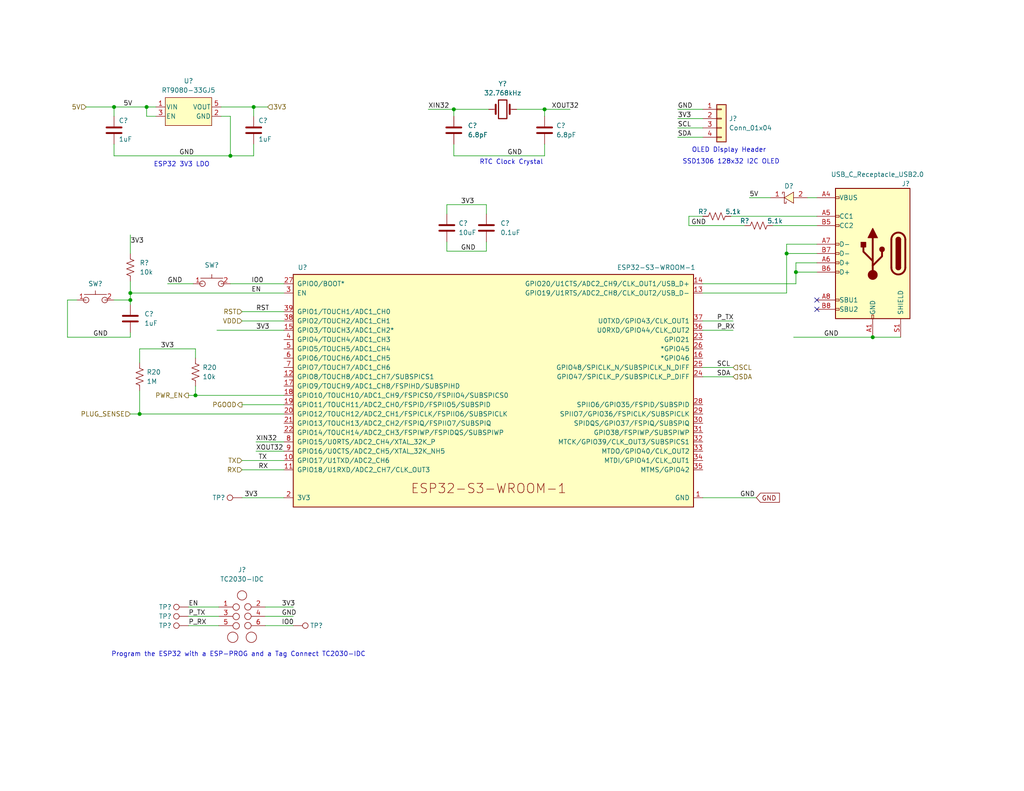
<source format=kicad_sch>
(kicad_sch
	(version 20250114)
	(generator "eeschema")
	(generator_version "9.0")
	(uuid "dcd2fc1c-da48-40a9-b97c-5712d9530f4f")
	(paper "A")
	(lib_symbols
		(symbol "Connector:TestPoint"
			(pin_numbers
				(hide yes)
			)
			(pin_names
				(offset 0.762)
				(hide yes)
			)
			(exclude_from_sim no)
			(in_bom yes)
			(on_board yes)
			(property "Reference" "TP"
				(at 0 6.858 0)
				(effects
					(font
						(size 1.27 1.27)
					)
				)
			)
			(property "Value" "TestPoint"
				(at 0 5.08 0)
				(effects
					(font
						(size 1.27 1.27)
					)
				)
			)
			(property "Footprint" ""
				(at 5.08 0 0)
				(effects
					(font
						(size 1.27 1.27)
					)
					(hide yes)
				)
			)
			(property "Datasheet" "~"
				(at 5.08 0 0)
				(effects
					(font
						(size 1.27 1.27)
					)
					(hide yes)
				)
			)
			(property "Description" "test point"
				(at 0 0 0)
				(effects
					(font
						(size 1.27 1.27)
					)
					(hide yes)
				)
			)
			(property "ki_keywords" "test point tp"
				(at 0 0 0)
				(effects
					(font
						(size 1.27 1.27)
					)
					(hide yes)
				)
			)
			(property "ki_fp_filters" "Pin* Test*"
				(at 0 0 0)
				(effects
					(font
						(size 1.27 1.27)
					)
					(hide yes)
				)
			)
			(symbol "TestPoint_0_1"
				(circle
					(center 0 3.302)
					(radius 0.762)
					(stroke
						(width 0)
						(type default)
					)
					(fill
						(type none)
					)
				)
			)
			(symbol "TestPoint_1_1"
				(pin passive line
					(at 0 0 90)
					(length 2.54)
					(name "1"
						(effects
							(font
								(size 1.27 1.27)
							)
						)
					)
					(number "1"
						(effects
							(font
								(size 1.27 1.27)
							)
						)
					)
				)
			)
			(embedded_fonts no)
		)
		(symbol "Connector:USB_C_Receptacle_USB2.0"
			(pin_names
				(offset 1.016)
			)
			(exclude_from_sim no)
			(in_bom yes)
			(on_board yes)
			(property "Reference" "J"
				(at -10.16 19.05 0)
				(effects
					(font
						(size 1.27 1.27)
					)
					(justify left)
				)
			)
			(property "Value" "USB_C_Receptacle_USB2.0"
				(at 19.05 19.05 0)
				(effects
					(font
						(size 1.27 1.27)
					)
					(justify right)
				)
			)
			(property "Footprint" ""
				(at 3.81 0 0)
				(effects
					(font
						(size 1.27 1.27)
					)
					(hide yes)
				)
			)
			(property "Datasheet" "https://www.usb.org/sites/default/files/documents/usb_type-c.zip"
				(at 3.81 0 0)
				(effects
					(font
						(size 1.27 1.27)
					)
					(hide yes)
				)
			)
			(property "Description" "USB 2.0-only Type-C Receptacle connector"
				(at 0 0 0)
				(effects
					(font
						(size 1.27 1.27)
					)
					(hide yes)
				)
			)
			(property "ki_keywords" "usb universal serial bus type-C USB2.0"
				(at 0 0 0)
				(effects
					(font
						(size 1.27 1.27)
					)
					(hide yes)
				)
			)
			(property "ki_fp_filters" "USB*C*Receptacle*"
				(at 0 0 0)
				(effects
					(font
						(size 1.27 1.27)
					)
					(hide yes)
				)
			)
			(symbol "USB_C_Receptacle_USB2.0_0_0"
				(rectangle
					(start -0.254 -17.78)
					(end 0.254 -16.764)
					(stroke
						(width 0)
						(type default)
					)
					(fill
						(type none)
					)
				)
				(rectangle
					(start 10.16 15.494)
					(end 9.144 14.986)
					(stroke
						(width 0)
						(type default)
					)
					(fill
						(type none)
					)
				)
				(rectangle
					(start 10.16 10.414)
					(end 9.144 9.906)
					(stroke
						(width 0)
						(type default)
					)
					(fill
						(type none)
					)
				)
				(rectangle
					(start 10.16 7.874)
					(end 9.144 7.366)
					(stroke
						(width 0)
						(type default)
					)
					(fill
						(type none)
					)
				)
				(rectangle
					(start 10.16 2.794)
					(end 9.144 2.286)
					(stroke
						(width 0)
						(type default)
					)
					(fill
						(type none)
					)
				)
				(rectangle
					(start 10.16 0.254)
					(end 9.144 -0.254)
					(stroke
						(width 0)
						(type default)
					)
					(fill
						(type none)
					)
				)
				(rectangle
					(start 10.16 -2.286)
					(end 9.144 -2.794)
					(stroke
						(width 0)
						(type default)
					)
					(fill
						(type none)
					)
				)
				(rectangle
					(start 10.16 -4.826)
					(end 9.144 -5.334)
					(stroke
						(width 0)
						(type default)
					)
					(fill
						(type none)
					)
				)
				(rectangle
					(start 10.16 -12.446)
					(end 9.144 -12.954)
					(stroke
						(width 0)
						(type default)
					)
					(fill
						(type none)
					)
				)
				(rectangle
					(start 10.16 -14.986)
					(end 9.144 -15.494)
					(stroke
						(width 0)
						(type default)
					)
					(fill
						(type none)
					)
				)
			)
			(symbol "USB_C_Receptacle_USB2.0_0_1"
				(rectangle
					(start -10.16 17.78)
					(end 10.16 -17.78)
					(stroke
						(width 0.254)
						(type default)
					)
					(fill
						(type background)
					)
				)
				(polyline
					(pts
						(xy -8.89 -3.81) (xy -8.89 3.81)
					)
					(stroke
						(width 0.508)
						(type default)
					)
					(fill
						(type none)
					)
				)
				(rectangle
					(start -7.62 -3.81)
					(end -6.35 3.81)
					(stroke
						(width 0.254)
						(type default)
					)
					(fill
						(type outline)
					)
				)
				(arc
					(start -7.62 3.81)
					(mid -6.985 4.4423)
					(end -6.35 3.81)
					(stroke
						(width 0.254)
						(type default)
					)
					(fill
						(type none)
					)
				)
				(arc
					(start -7.62 3.81)
					(mid -6.985 4.4423)
					(end -6.35 3.81)
					(stroke
						(width 0.254)
						(type default)
					)
					(fill
						(type outline)
					)
				)
				(arc
					(start -8.89 3.81)
					(mid -6.985 5.7067)
					(end -5.08 3.81)
					(stroke
						(width 0.508)
						(type default)
					)
					(fill
						(type none)
					)
				)
				(arc
					(start -5.08 -3.81)
					(mid -6.985 -5.7067)
					(end -8.89 -3.81)
					(stroke
						(width 0.508)
						(type default)
					)
					(fill
						(type none)
					)
				)
				(arc
					(start -6.35 -3.81)
					(mid -6.985 -4.4423)
					(end -7.62 -3.81)
					(stroke
						(width 0.254)
						(type default)
					)
					(fill
						(type none)
					)
				)
				(arc
					(start -6.35 -3.81)
					(mid -6.985 -4.4423)
					(end -7.62 -3.81)
					(stroke
						(width 0.254)
						(type default)
					)
					(fill
						(type outline)
					)
				)
				(polyline
					(pts
						(xy -5.08 3.81) (xy -5.08 -3.81)
					)
					(stroke
						(width 0.508)
						(type default)
					)
					(fill
						(type none)
					)
				)
				(circle
					(center -2.54 1.143)
					(radius 0.635)
					(stroke
						(width 0.254)
						(type default)
					)
					(fill
						(type outline)
					)
				)
				(polyline
					(pts
						(xy -1.27 4.318) (xy 0 6.858) (xy 1.27 4.318) (xy -1.27 4.318)
					)
					(stroke
						(width 0.254)
						(type default)
					)
					(fill
						(type outline)
					)
				)
				(polyline
					(pts
						(xy 0 -2.032) (xy 2.54 0.508) (xy 2.54 1.778)
					)
					(stroke
						(width 0.508)
						(type default)
					)
					(fill
						(type none)
					)
				)
				(polyline
					(pts
						(xy 0 -3.302) (xy -2.54 -0.762) (xy -2.54 0.508)
					)
					(stroke
						(width 0.508)
						(type default)
					)
					(fill
						(type none)
					)
				)
				(polyline
					(pts
						(xy 0 -5.842) (xy 0 4.318)
					)
					(stroke
						(width 0.508)
						(type default)
					)
					(fill
						(type none)
					)
				)
				(circle
					(center 0 -5.842)
					(radius 1.27)
					(stroke
						(width 0)
						(type default)
					)
					(fill
						(type outline)
					)
				)
				(rectangle
					(start 1.905 1.778)
					(end 3.175 3.048)
					(stroke
						(width 0.254)
						(type default)
					)
					(fill
						(type outline)
					)
				)
			)
			(symbol "USB_C_Receptacle_USB2.0_1_1"
				(pin passive line
					(at -7.62 -22.86 90)
					(length 5.08)
					(name "SHIELD"
						(effects
							(font
								(size 1.27 1.27)
							)
						)
					)
					(number "S1"
						(effects
							(font
								(size 1.27 1.27)
							)
						)
					)
				)
				(pin passive line
					(at 0 -22.86 90)
					(length 5.08)
					(name "GND"
						(effects
							(font
								(size 1.27 1.27)
							)
						)
					)
					(number "A1"
						(effects
							(font
								(size 1.27 1.27)
							)
						)
					)
				)
				(pin passive line
					(at 0 -22.86 90)
					(length 5.08)
					(hide yes)
					(name "GND"
						(effects
							(font
								(size 1.27 1.27)
							)
						)
					)
					(number "A12"
						(effects
							(font
								(size 1.27 1.27)
							)
						)
					)
				)
				(pin passive line
					(at 0 -22.86 90)
					(length 5.08)
					(hide yes)
					(name "GND"
						(effects
							(font
								(size 1.27 1.27)
							)
						)
					)
					(number "B1"
						(effects
							(font
								(size 1.27 1.27)
							)
						)
					)
				)
				(pin passive line
					(at 0 -22.86 90)
					(length 5.08)
					(hide yes)
					(name "GND"
						(effects
							(font
								(size 1.27 1.27)
							)
						)
					)
					(number "B12"
						(effects
							(font
								(size 1.27 1.27)
							)
						)
					)
				)
				(pin passive line
					(at 15.24 15.24 180)
					(length 5.08)
					(name "VBUS"
						(effects
							(font
								(size 1.27 1.27)
							)
						)
					)
					(number "A4"
						(effects
							(font
								(size 1.27 1.27)
							)
						)
					)
				)
				(pin passive line
					(at 15.24 15.24 180)
					(length 5.08)
					(hide yes)
					(name "VBUS"
						(effects
							(font
								(size 1.27 1.27)
							)
						)
					)
					(number "A9"
						(effects
							(font
								(size 1.27 1.27)
							)
						)
					)
				)
				(pin passive line
					(at 15.24 15.24 180)
					(length 5.08)
					(hide yes)
					(name "VBUS"
						(effects
							(font
								(size 1.27 1.27)
							)
						)
					)
					(number "B4"
						(effects
							(font
								(size 1.27 1.27)
							)
						)
					)
				)
				(pin passive line
					(at 15.24 15.24 180)
					(length 5.08)
					(hide yes)
					(name "VBUS"
						(effects
							(font
								(size 1.27 1.27)
							)
						)
					)
					(number "B9"
						(effects
							(font
								(size 1.27 1.27)
							)
						)
					)
				)
				(pin bidirectional line
					(at 15.24 10.16 180)
					(length 5.08)
					(name "CC1"
						(effects
							(font
								(size 1.27 1.27)
							)
						)
					)
					(number "A5"
						(effects
							(font
								(size 1.27 1.27)
							)
						)
					)
				)
				(pin bidirectional line
					(at 15.24 7.62 180)
					(length 5.08)
					(name "CC2"
						(effects
							(font
								(size 1.27 1.27)
							)
						)
					)
					(number "B5"
						(effects
							(font
								(size 1.27 1.27)
							)
						)
					)
				)
				(pin bidirectional line
					(at 15.24 2.54 180)
					(length 5.08)
					(name "D-"
						(effects
							(font
								(size 1.27 1.27)
							)
						)
					)
					(number "A7"
						(effects
							(font
								(size 1.27 1.27)
							)
						)
					)
				)
				(pin bidirectional line
					(at 15.24 0 180)
					(length 5.08)
					(name "D-"
						(effects
							(font
								(size 1.27 1.27)
							)
						)
					)
					(number "B7"
						(effects
							(font
								(size 1.27 1.27)
							)
						)
					)
				)
				(pin bidirectional line
					(at 15.24 -2.54 180)
					(length 5.08)
					(name "D+"
						(effects
							(font
								(size 1.27 1.27)
							)
						)
					)
					(number "A6"
						(effects
							(font
								(size 1.27 1.27)
							)
						)
					)
				)
				(pin bidirectional line
					(at 15.24 -5.08 180)
					(length 5.08)
					(name "D+"
						(effects
							(font
								(size 1.27 1.27)
							)
						)
					)
					(number "B6"
						(effects
							(font
								(size 1.27 1.27)
							)
						)
					)
				)
				(pin bidirectional line
					(at 15.24 -12.7 180)
					(length 5.08)
					(name "SBU1"
						(effects
							(font
								(size 1.27 1.27)
							)
						)
					)
					(number "A8"
						(effects
							(font
								(size 1.27 1.27)
							)
						)
					)
				)
				(pin bidirectional line
					(at 15.24 -15.24 180)
					(length 5.08)
					(name "SBU2"
						(effects
							(font
								(size 1.27 1.27)
							)
						)
					)
					(number "B8"
						(effects
							(font
								(size 1.27 1.27)
							)
						)
					)
				)
			)
			(embedded_fonts no)
		)
		(symbol "Connector_Generic:Conn_01x04"
			(pin_names
				(offset 1.016)
				(hide yes)
			)
			(exclude_from_sim no)
			(in_bom yes)
			(on_board yes)
			(property "Reference" "J"
				(at 0 5.08 0)
				(effects
					(font
						(size 1.27 1.27)
					)
				)
			)
			(property "Value" "Conn_01x04"
				(at 0 -7.62 0)
				(effects
					(font
						(size 1.27 1.27)
					)
				)
			)
			(property "Footprint" ""
				(at 0 0 0)
				(effects
					(font
						(size 1.27 1.27)
					)
					(hide yes)
				)
			)
			(property "Datasheet" "~"
				(at 0 0 0)
				(effects
					(font
						(size 1.27 1.27)
					)
					(hide yes)
				)
			)
			(property "Description" "Generic connector, single row, 01x04, script generated (kicad-library-utils/schlib/autogen/connector/)"
				(at 0 0 0)
				(effects
					(font
						(size 1.27 1.27)
					)
					(hide yes)
				)
			)
			(property "ki_keywords" "connector"
				(at 0 0 0)
				(effects
					(font
						(size 1.27 1.27)
					)
					(hide yes)
				)
			)
			(property "ki_fp_filters" "Connector*:*_1x??_*"
				(at 0 0 0)
				(effects
					(font
						(size 1.27 1.27)
					)
					(hide yes)
				)
			)
			(symbol "Conn_01x04_1_1"
				(rectangle
					(start -1.27 3.81)
					(end 1.27 -6.35)
					(stroke
						(width 0.254)
						(type default)
					)
					(fill
						(type background)
					)
				)
				(rectangle
					(start -1.27 2.667)
					(end 0 2.413)
					(stroke
						(width 0.1524)
						(type default)
					)
					(fill
						(type none)
					)
				)
				(rectangle
					(start -1.27 0.127)
					(end 0 -0.127)
					(stroke
						(width 0.1524)
						(type default)
					)
					(fill
						(type none)
					)
				)
				(rectangle
					(start -1.27 -2.413)
					(end 0 -2.667)
					(stroke
						(width 0.1524)
						(type default)
					)
					(fill
						(type none)
					)
				)
				(rectangle
					(start -1.27 -4.953)
					(end 0 -5.207)
					(stroke
						(width 0.1524)
						(type default)
					)
					(fill
						(type none)
					)
				)
				(pin passive line
					(at -5.08 2.54 0)
					(length 3.81)
					(name "Pin_1"
						(effects
							(font
								(size 1.27 1.27)
							)
						)
					)
					(number "1"
						(effects
							(font
								(size 1.27 1.27)
							)
						)
					)
				)
				(pin passive line
					(at -5.08 0 0)
					(length 3.81)
					(name "Pin_2"
						(effects
							(font
								(size 1.27 1.27)
							)
						)
					)
					(number "2"
						(effects
							(font
								(size 1.27 1.27)
							)
						)
					)
				)
				(pin passive line
					(at -5.08 -2.54 0)
					(length 3.81)
					(name "Pin_3"
						(effects
							(font
								(size 1.27 1.27)
							)
						)
					)
					(number "3"
						(effects
							(font
								(size 1.27 1.27)
							)
						)
					)
				)
				(pin passive line
					(at -5.08 -5.08 0)
					(length 3.81)
					(name "Pin_4"
						(effects
							(font
								(size 1.27 1.27)
							)
						)
					)
					(number "4"
						(effects
							(font
								(size 1.27 1.27)
							)
						)
					)
				)
			)
			(embedded_fonts no)
		)
		(symbol "Device:C"
			(pin_numbers
				(hide yes)
			)
			(pin_names
				(offset 0.254)
			)
			(exclude_from_sim no)
			(in_bom yes)
			(on_board yes)
			(property "Reference" "C"
				(at 0.635 2.54 0)
				(effects
					(font
						(size 1.27 1.27)
					)
					(justify left)
				)
			)
			(property "Value" "C"
				(at 0.635 -2.54 0)
				(effects
					(font
						(size 1.27 1.27)
					)
					(justify left)
				)
			)
			(property "Footprint" ""
				(at 0.9652 -3.81 0)
				(effects
					(font
						(size 1.27 1.27)
					)
					(hide yes)
				)
			)
			(property "Datasheet" "~"
				(at 0 0 0)
				(effects
					(font
						(size 1.27 1.27)
					)
					(hide yes)
				)
			)
			(property "Description" "Unpolarized capacitor"
				(at 0 0 0)
				(effects
					(font
						(size 1.27 1.27)
					)
					(hide yes)
				)
			)
			(property "ki_keywords" "cap capacitor"
				(at 0 0 0)
				(effects
					(font
						(size 1.27 1.27)
					)
					(hide yes)
				)
			)
			(property "ki_fp_filters" "C_*"
				(at 0 0 0)
				(effects
					(font
						(size 1.27 1.27)
					)
					(hide yes)
				)
			)
			(symbol "C_0_1"
				(polyline
					(pts
						(xy -2.032 0.762) (xy 2.032 0.762)
					)
					(stroke
						(width 0.508)
						(type default)
					)
					(fill
						(type none)
					)
				)
				(polyline
					(pts
						(xy -2.032 -0.762) (xy 2.032 -0.762)
					)
					(stroke
						(width 0.508)
						(type default)
					)
					(fill
						(type none)
					)
				)
			)
			(symbol "C_1_1"
				(pin passive line
					(at 0 3.81 270)
					(length 2.794)
					(name "~"
						(effects
							(font
								(size 1.27 1.27)
							)
						)
					)
					(number "1"
						(effects
							(font
								(size 1.27 1.27)
							)
						)
					)
				)
				(pin passive line
					(at 0 -3.81 90)
					(length 2.794)
					(name "~"
						(effects
							(font
								(size 1.27 1.27)
							)
						)
					)
					(number "2"
						(effects
							(font
								(size 1.27 1.27)
							)
						)
					)
				)
			)
			(embedded_fonts no)
		)
		(symbol "Device:Crystal"
			(pin_numbers
				(hide yes)
			)
			(pin_names
				(offset 1.016)
				(hide yes)
			)
			(exclude_from_sim no)
			(in_bom yes)
			(on_board yes)
			(property "Reference" "Y"
				(at 0 3.81 0)
				(effects
					(font
						(size 1.27 1.27)
					)
				)
			)
			(property "Value" "Crystal"
				(at 0 -3.81 0)
				(effects
					(font
						(size 1.27 1.27)
					)
				)
			)
			(property "Footprint" ""
				(at 0 0 0)
				(effects
					(font
						(size 1.27 1.27)
					)
					(hide yes)
				)
			)
			(property "Datasheet" "~"
				(at 0 0 0)
				(effects
					(font
						(size 1.27 1.27)
					)
					(hide yes)
				)
			)
			(property "Description" "Two pin crystal"
				(at 0 0 0)
				(effects
					(font
						(size 1.27 1.27)
					)
					(hide yes)
				)
			)
			(property "ki_keywords" "quartz ceramic resonator oscillator"
				(at 0 0 0)
				(effects
					(font
						(size 1.27 1.27)
					)
					(hide yes)
				)
			)
			(property "ki_fp_filters" "Crystal*"
				(at 0 0 0)
				(effects
					(font
						(size 1.27 1.27)
					)
					(hide yes)
				)
			)
			(symbol "Crystal_0_1"
				(polyline
					(pts
						(xy -2.54 0) (xy -1.905 0)
					)
					(stroke
						(width 0)
						(type default)
					)
					(fill
						(type none)
					)
				)
				(polyline
					(pts
						(xy -1.905 -1.27) (xy -1.905 1.27)
					)
					(stroke
						(width 0.508)
						(type default)
					)
					(fill
						(type none)
					)
				)
				(rectangle
					(start -1.143 2.54)
					(end 1.143 -2.54)
					(stroke
						(width 0.3048)
						(type default)
					)
					(fill
						(type none)
					)
				)
				(polyline
					(pts
						(xy 1.905 -1.27) (xy 1.905 1.27)
					)
					(stroke
						(width 0.508)
						(type default)
					)
					(fill
						(type none)
					)
				)
				(polyline
					(pts
						(xy 2.54 0) (xy 1.905 0)
					)
					(stroke
						(width 0)
						(type default)
					)
					(fill
						(type none)
					)
				)
			)
			(symbol "Crystal_1_1"
				(pin passive line
					(at -3.81 0 0)
					(length 1.27)
					(name "1"
						(effects
							(font
								(size 1.27 1.27)
							)
						)
					)
					(number "1"
						(effects
							(font
								(size 1.27 1.27)
							)
						)
					)
				)
				(pin passive line
					(at 3.81 0 180)
					(length 1.27)
					(name "2"
						(effects
							(font
								(size 1.27 1.27)
							)
						)
					)
					(number "2"
						(effects
							(font
								(size 1.27 1.27)
							)
						)
					)
				)
			)
			(embedded_fonts no)
		)
		(symbol "Device:R_US"
			(pin_numbers
				(hide yes)
			)
			(pin_names
				(offset 0)
			)
			(exclude_from_sim no)
			(in_bom yes)
			(on_board yes)
			(property "Reference" "R"
				(at 2.54 0 90)
				(effects
					(font
						(size 1.27 1.27)
					)
				)
			)
			(property "Value" "R_US"
				(at -2.54 0 90)
				(effects
					(font
						(size 1.27 1.27)
					)
				)
			)
			(property "Footprint" ""
				(at 1.016 -0.254 90)
				(effects
					(font
						(size 1.27 1.27)
					)
					(hide yes)
				)
			)
			(property "Datasheet" "~"
				(at 0 0 0)
				(effects
					(font
						(size 1.27 1.27)
					)
					(hide yes)
				)
			)
			(property "Description" "Resistor, US symbol"
				(at 0 0 0)
				(effects
					(font
						(size 1.27 1.27)
					)
					(hide yes)
				)
			)
			(property "ki_keywords" "R res resistor"
				(at 0 0 0)
				(effects
					(font
						(size 1.27 1.27)
					)
					(hide yes)
				)
			)
			(property "ki_fp_filters" "R_*"
				(at 0 0 0)
				(effects
					(font
						(size 1.27 1.27)
					)
					(hide yes)
				)
			)
			(symbol "R_US_0_1"
				(polyline
					(pts
						(xy 0 2.286) (xy 0 2.54)
					)
					(stroke
						(width 0)
						(type default)
					)
					(fill
						(type none)
					)
				)
				(polyline
					(pts
						(xy 0 2.286) (xy 1.016 1.905) (xy 0 1.524) (xy -1.016 1.143) (xy 0 0.762)
					)
					(stroke
						(width 0)
						(type default)
					)
					(fill
						(type none)
					)
				)
				(polyline
					(pts
						(xy 0 0.762) (xy 1.016 0.381) (xy 0 0) (xy -1.016 -0.381) (xy 0 -0.762)
					)
					(stroke
						(width 0)
						(type default)
					)
					(fill
						(type none)
					)
				)
				(polyline
					(pts
						(xy 0 -0.762) (xy 1.016 -1.143) (xy 0 -1.524) (xy -1.016 -1.905) (xy 0 -2.286)
					)
					(stroke
						(width 0)
						(type default)
					)
					(fill
						(type none)
					)
				)
				(polyline
					(pts
						(xy 0 -2.286) (xy 0 -2.54)
					)
					(stroke
						(width 0)
						(type default)
					)
					(fill
						(type none)
					)
				)
			)
			(symbol "R_US_1_1"
				(pin passive line
					(at 0 3.81 270)
					(length 1.27)
					(name "~"
						(effects
							(font
								(size 1.27 1.27)
							)
						)
					)
					(number "1"
						(effects
							(font
								(size 1.27 1.27)
							)
						)
					)
				)
				(pin passive line
					(at 0 -3.81 90)
					(length 1.27)
					(name "~"
						(effects
							(font
								(size 1.27 1.27)
							)
						)
					)
					(number "2"
						(effects
							(font
								(size 1.27 1.27)
							)
						)
					)
				)
			)
			(embedded_fonts no)
		)
		(symbol "bitaxe:ESP32-S3-WROOM-1"
			(pin_names
				(offset 1.016)
			)
			(exclude_from_sim no)
			(in_bom yes)
			(on_board yes)
			(property "Reference" "U12"
				(at -50.8 34.925 0)
				(effects
					(font
						(size 1.27 1.27)
					)
				)
			)
			(property "Value" "ESP32-S3-WROOM-1"
				(at 45.72 34.925 0)
				(effects
					(font
						(size 1.27 1.27)
					)
				)
			)
			(property "Footprint" "Espressif:ESP32-S3-WROOM-1"
				(at 0 -33.02 0)
				(effects
					(font
						(size 1.27 1.27)
					)
					(hide yes)
				)
			)
			(property "Datasheet" "https://www.espressif.com/sites/default/files/documentation/esp32-s3-wroom-1_wroom-1u_datasheet_en.pdf"
				(at 0 -35.56 0)
				(effects
					(font
						(size 1.27 1.27)
					)
					(hide yes)
				)
			)
			(property "Description" "2.4 GHz WiFi (802.11 b/g/n) and Bluetooth ® 5 (LE) module Built around ESP32S3 series of SoCs, Xtensa ® dualcore 32bit LX7 microprocessor Flash up to 16 MB, PSRAM up to 8 MB 36 GPIOs, rich set of peripherals Onboard PCB antenna"
				(at 0 0 0)
				(effects
					(font
						(size 1.27 1.27)
					)
					(hide yes)
				)
			)
			(property "DK" "1965-ESP32-S3-WROOM-1-N16R8CT-ND"
				(at 0 0 0)
				(effects
					(font
						(size 1.27 1.27)
					)
					(hide yes)
				)
			)
			(property "PARTNO" "ESP32-S3-WROOM-1-N16R8"
				(at 0 0 0)
				(effects
					(font
						(size 1.27 1.27)
					)
					(hide yes)
				)
			)
			(symbol "ESP32-S3-WROOM-1_0_0"
				(rectangle
					(start -53.34 33.02)
					(end 55.88 -30.48)
					(stroke
						(width 0.254)
						(type default)
					)
					(fill
						(type background)
					)
				)
				(text "ESP32-S3-WROOM-1"
					(at 0 -25.4 0)
					(effects
						(font
							(size 2.54 2.54)
						)
					)
				)
				(pin bidirectional line
					(at -55.88 30.48 0)
					(length 2.54)
					(name "GPIO0/BOOT*"
						(effects
							(font
								(size 1.27 1.27)
							)
						)
					)
					(number "27"
						(effects
							(font
								(size 1.27 1.27)
							)
						)
					)
				)
				(pin input line
					(at -55.88 27.94 0)
					(length 2.54)
					(name "EN"
						(effects
							(font
								(size 1.27 1.27)
							)
						)
					)
					(number "3"
						(effects
							(font
								(size 1.27 1.27)
							)
						)
					)
				)
				(pin bidirectional line
					(at -55.88 22.86 0)
					(length 2.54)
					(name "GPIO1/TOUCH1/ADC1_CH0"
						(effects
							(font
								(size 1.27 1.27)
							)
						)
					)
					(number "39"
						(effects
							(font
								(size 1.27 1.27)
							)
						)
					)
				)
				(pin bidirectional line
					(at -55.88 20.32 0)
					(length 2.54)
					(name "GPIO2/TOUCH2/ADC1_CH1"
						(effects
							(font
								(size 1.27 1.27)
							)
						)
					)
					(number "38"
						(effects
							(font
								(size 1.27 1.27)
							)
						)
					)
				)
				(pin bidirectional line
					(at -55.88 17.78 0)
					(length 2.54)
					(name "GPIO3/TOUCH3/ADC1_CH2*"
						(effects
							(font
								(size 1.27 1.27)
							)
						)
					)
					(number "15"
						(effects
							(font
								(size 1.27 1.27)
							)
						)
					)
				)
				(pin bidirectional line
					(at -55.88 15.24 0)
					(length 2.54)
					(name "GPIO4/TOUCH4/ADC1_CH3"
						(effects
							(font
								(size 1.27 1.27)
							)
						)
					)
					(number "4"
						(effects
							(font
								(size 1.27 1.27)
							)
						)
					)
				)
				(pin bidirectional line
					(at -55.88 12.7 0)
					(length 2.54)
					(name "GPIO5/TOUCH5/ADC1_CH4"
						(effects
							(font
								(size 1.27 1.27)
							)
						)
					)
					(number "5"
						(effects
							(font
								(size 1.27 1.27)
							)
						)
					)
				)
				(pin bidirectional line
					(at -55.88 10.16 0)
					(length 2.54)
					(name "GPIO6/TOUCH6/ADC1_CH5"
						(effects
							(font
								(size 1.27 1.27)
							)
						)
					)
					(number "6"
						(effects
							(font
								(size 1.27 1.27)
							)
						)
					)
				)
				(pin bidirectional line
					(at -55.88 7.62 0)
					(length 2.54)
					(name "GPIO7/TOUCH7/ADC1_CH6"
						(effects
							(font
								(size 1.27 1.27)
							)
						)
					)
					(number "7"
						(effects
							(font
								(size 1.27 1.27)
							)
						)
					)
				)
				(pin bidirectional line
					(at -55.88 5.08 0)
					(length 2.54)
					(name "GPIO8/TOUCH8/ADC1_CH7/SUBSPICS1"
						(effects
							(font
								(size 1.27 1.27)
							)
						)
					)
					(number "12"
						(effects
							(font
								(size 1.27 1.27)
							)
						)
					)
				)
				(pin bidirectional line
					(at -55.88 2.54 0)
					(length 2.54)
					(name "GPIO9/TOUCH9/ADC1_CH8/FSPIHD/SUBSPIHD"
						(effects
							(font
								(size 1.27 1.27)
							)
						)
					)
					(number "17"
						(effects
							(font
								(size 1.27 1.27)
							)
						)
					)
				)
				(pin bidirectional line
					(at -55.88 0 0)
					(length 2.54)
					(name "GPIO10/TOUCH10/ADC1_CH9/FSPICS0/FSPIIO4/SUBSPICS0"
						(effects
							(font
								(size 1.27 1.27)
							)
						)
					)
					(number "18"
						(effects
							(font
								(size 1.27 1.27)
							)
						)
					)
				)
				(pin bidirectional line
					(at -55.88 -2.54 0)
					(length 2.54)
					(name "GPIO11/TOUCH11/ADC2_CH0/FSPID/FSPIIO5/SUBSPID"
						(effects
							(font
								(size 1.27 1.27)
							)
						)
					)
					(number "19"
						(effects
							(font
								(size 1.27 1.27)
							)
						)
					)
				)
				(pin bidirectional line
					(at -55.88 -5.08 0)
					(length 2.54)
					(name "GPIO12/TOUCH12/ADC2_CH1/FSPICLK/FSPIIO6/SUBSPICLK"
						(effects
							(font
								(size 1.27 1.27)
							)
						)
					)
					(number "20"
						(effects
							(font
								(size 1.27 1.27)
							)
						)
					)
				)
				(pin bidirectional line
					(at -55.88 -7.62 0)
					(length 2.54)
					(name "GPIO13/TOUCH13/ADC2_CH2/FSPIQ/FSPIIO7/SUBSPIQ"
						(effects
							(font
								(size 1.27 1.27)
							)
						)
					)
					(number "21"
						(effects
							(font
								(size 1.27 1.27)
							)
						)
					)
				)
				(pin bidirectional line
					(at -55.88 -10.16 0)
					(length 2.54)
					(name "GPIO14/TOUCH14/ADC2_CH3/FSPIWP/FSPIDQS/SUBSPIWP"
						(effects
							(font
								(size 1.27 1.27)
							)
						)
					)
					(number "22"
						(effects
							(font
								(size 1.27 1.27)
							)
						)
					)
				)
				(pin bidirectional line
					(at -55.88 -12.7 0)
					(length 2.54)
					(name "GPIO15/U0RTS/ADC2_CH4/XTAL_32K_P"
						(effects
							(font
								(size 1.27 1.27)
							)
						)
					)
					(number "8"
						(effects
							(font
								(size 1.27 1.27)
							)
						)
					)
				)
				(pin bidirectional line
					(at -55.88 -15.24 0)
					(length 2.54)
					(name "GPIO16/U0CTS/ADC2_CH5/XTAL_32K_NH5"
						(effects
							(font
								(size 1.27 1.27)
							)
						)
					)
					(number "9"
						(effects
							(font
								(size 1.27 1.27)
							)
						)
					)
				)
				(pin bidirectional line
					(at -55.88 -17.78 0)
					(length 2.54)
					(name "GPIO17/U1TXD/ADC2_CH6"
						(effects
							(font
								(size 1.27 1.27)
							)
						)
					)
					(number "10"
						(effects
							(font
								(size 1.27 1.27)
							)
						)
					)
				)
				(pin bidirectional line
					(at -55.88 -20.32 0)
					(length 2.54)
					(name "GPIO18/U1RXD/ADC2_CH7/CLK_OUT3"
						(effects
							(font
								(size 1.27 1.27)
							)
						)
					)
					(number "11"
						(effects
							(font
								(size 1.27 1.27)
							)
						)
					)
				)
				(pin power_in line
					(at -55.88 -27.94 0)
					(length 2.54)
					(name "3V3"
						(effects
							(font
								(size 1.27 1.27)
							)
						)
					)
					(number "2"
						(effects
							(font
								(size 1.27 1.27)
							)
						)
					)
				)
				(pin bidirectional line
					(at 58.42 30.48 180)
					(length 2.54)
					(name "GPIO20/U1CTS/ADC2_CH9/CLK_OUT1/USB_D+"
						(effects
							(font
								(size 1.27 1.27)
							)
						)
					)
					(number "14"
						(effects
							(font
								(size 1.27 1.27)
							)
						)
					)
				)
				(pin bidirectional line
					(at 58.42 27.94 180)
					(length 2.54)
					(name "GPIO19/U1RTS/ADC2_CH8/CLK_OUT2/USB_D-"
						(effects
							(font
								(size 1.27 1.27)
							)
						)
					)
					(number "13"
						(effects
							(font
								(size 1.27 1.27)
							)
						)
					)
				)
				(pin bidirectional line
					(at 58.42 20.32 180)
					(length 2.54)
					(name "U0TXD/GPIO43/CLK_OUT1"
						(effects
							(font
								(size 1.27 1.27)
							)
						)
					)
					(number "37"
						(effects
							(font
								(size 1.27 1.27)
							)
						)
					)
				)
				(pin bidirectional line
					(at 58.42 17.78 180)
					(length 2.54)
					(name "U0RXD/GPIO44/CLK_OUT2"
						(effects
							(font
								(size 1.27 1.27)
							)
						)
					)
					(number "36"
						(effects
							(font
								(size 1.27 1.27)
							)
						)
					)
				)
				(pin bidirectional line
					(at 58.42 15.24 180)
					(length 2.54)
					(name "GPIO21"
						(effects
							(font
								(size 1.27 1.27)
							)
						)
					)
					(number "23"
						(effects
							(font
								(size 1.27 1.27)
							)
						)
					)
				)
				(pin bidirectional line
					(at 58.42 12.7 180)
					(length 2.54)
					(name "*GPIO45"
						(effects
							(font
								(size 1.27 1.27)
							)
						)
					)
					(number "26"
						(effects
							(font
								(size 1.27 1.27)
							)
						)
					)
				)
				(pin bidirectional line
					(at 58.42 10.16 180)
					(length 2.54)
					(name "*GPIO46"
						(effects
							(font
								(size 1.27 1.27)
							)
						)
					)
					(number "16"
						(effects
							(font
								(size 1.27 1.27)
							)
						)
					)
				)
				(pin bidirectional line
					(at 58.42 7.62 180)
					(length 2.54)
					(name "GPIO48/SPICLK_N/SUBSPICLK_N_DIFF"
						(effects
							(font
								(size 1.27 1.27)
							)
						)
					)
					(number "25"
						(effects
							(font
								(size 1.27 1.27)
							)
						)
					)
				)
				(pin bidirectional line
					(at 58.42 5.08 180)
					(length 2.54)
					(name "GPIO47/SPICLK_P/SUBSPICLK_P_DIFF"
						(effects
							(font
								(size 1.27 1.27)
							)
						)
					)
					(number "24"
						(effects
							(font
								(size 1.27 1.27)
							)
						)
					)
				)
				(pin bidirectional line
					(at 58.42 -2.54 180)
					(length 2.54)
					(name "SPIIO6/GPIO35/FSPID/SUBSPID"
						(effects
							(font
								(size 1.27 1.27)
							)
						)
					)
					(number "28"
						(effects
							(font
								(size 1.27 1.27)
							)
						)
					)
				)
				(pin bidirectional line
					(at 58.42 -5.08 180)
					(length 2.54)
					(name "SPIIO7/GPIO36/FSPICLK/SUBSPICLK"
						(effects
							(font
								(size 1.27 1.27)
							)
						)
					)
					(number "29"
						(effects
							(font
								(size 1.27 1.27)
							)
						)
					)
				)
				(pin bidirectional line
					(at 58.42 -7.62 180)
					(length 2.54)
					(name "SPIDQS/GPIO37/FSPIQ/SUBSPIQ"
						(effects
							(font
								(size 1.27 1.27)
							)
						)
					)
					(number "30"
						(effects
							(font
								(size 1.27 1.27)
							)
						)
					)
				)
				(pin bidirectional line
					(at 58.42 -10.16 180)
					(length 2.54)
					(name "GPIO38/FSPIWP/SUBSPIWP"
						(effects
							(font
								(size 1.27 1.27)
							)
						)
					)
					(number "31"
						(effects
							(font
								(size 1.27 1.27)
							)
						)
					)
				)
				(pin bidirectional line
					(at 58.42 -12.7 180)
					(length 2.54)
					(name "MTCK/GPIO39/CLK_OUT3/SUBSPICS1"
						(effects
							(font
								(size 1.27 1.27)
							)
						)
					)
					(number "32"
						(effects
							(font
								(size 1.27 1.27)
							)
						)
					)
				)
				(pin bidirectional line
					(at 58.42 -15.24 180)
					(length 2.54)
					(name "MTDO/GPIO40/CLK_OUT2"
						(effects
							(font
								(size 1.27 1.27)
							)
						)
					)
					(number "33"
						(effects
							(font
								(size 1.27 1.27)
							)
						)
					)
				)
				(pin bidirectional line
					(at 58.42 -17.78 180)
					(length 2.54)
					(name "MTDI/GPIO41/CLK_OUT1"
						(effects
							(font
								(size 1.27 1.27)
							)
						)
					)
					(number "34"
						(effects
							(font
								(size 1.27 1.27)
							)
						)
					)
				)
				(pin bidirectional line
					(at 58.42 -20.32 180)
					(length 2.54)
					(name "MTMS/GPIO42"
						(effects
							(font
								(size 1.27 1.27)
							)
						)
					)
					(number "35"
						(effects
							(font
								(size 1.27 1.27)
							)
						)
					)
				)
				(pin power_in line
					(at 58.42 -27.94 180)
					(length 2.54)
					(name "GND"
						(effects
							(font
								(size 1.27 1.27)
							)
						)
					)
					(number "1"
						(effects
							(font
								(size 1.27 1.27)
							)
						)
					)
				)
				(pin passive line
					(at 58.42 -27.94 180)
					(length 2.54)
					(hide yes)
					(name "GND"
						(effects
							(font
								(size 1.27 1.27)
							)
						)
					)
					(number "40"
						(effects
							(font
								(size 1.27 1.27)
							)
						)
					)
				)
				(pin passive line
					(at 58.42 -27.94 180)
					(length 2.54)
					(hide yes)
					(name "GND"
						(effects
							(font
								(size 1.27 1.27)
							)
						)
					)
					(number "41"
						(effects
							(font
								(size 1.27 1.27)
							)
						)
					)
				)
			)
			(embedded_fonts no)
		)
		(symbol "bitaxe:GT-TC029B-H025-L1N"
			(exclude_from_sim no)
			(in_bom yes)
			(on_board yes)
			(property "Reference" "SW2"
				(at 0 3.81 0)
				(effects
					(font
						(size 1.27 1.27)
					)
				)
			)
			(property "Value" "GT-TC029B-H025-L1N"
				(at 0 3.81 0)
				(effects
					(font
						(size 1.27 1.27)
					)
					(hide yes)
				)
			)
			(property "Footprint" "bitaxe:SW_CS1213AGF260_CRS"
				(at 0 -7.62 0)
				(effects
					(font
						(size 1.27 1.27)
					)
					(hide yes)
				)
			)
			(property "Datasheet" "https://www.citrelay.com/Catalog%20Pages/SwitchCatalog/CS1213.pdf"
				(at 0 -10.16 0)
				(effects
					(font
						(size 1.27 1.27)
					)
					(hide yes)
				)
			)
			(property "Description" ""
				(at 0 0 0)
				(effects
					(font
						(size 1.27 1.27)
					)
					(hide yes)
				)
			)
			(property "DK" "2449-CS1213AGF260CT-ND"
				(at 0 0 0)
				(effects
					(font
						(size 1.27 1.27)
					)
					(hide yes)
				)
			)
			(property "PARTNO" "CS1213AGF260"
				(at 0 0 0)
				(effects
					(font
						(size 1.27 1.27)
					)
					(hide yes)
				)
			)
			(symbol "GT-TC029B-H025-L1N_0_1"
				(polyline
					(pts
						(xy -3.05 1.52) (xy 3.05 1.52)
					)
					(stroke
						(width 0)
						(type default)
					)
					(fill
						(type none)
					)
				)
				(circle
					(center -2.54 0)
					(radius 0.76)
					(stroke
						(width 0)
						(type default)
					)
					(fill
						(type none)
					)
				)
				(polyline
					(pts
						(xy 0 1.52) (xy 0 2.54)
					)
					(stroke
						(width 0)
						(type default)
					)
					(fill
						(type none)
					)
				)
				(circle
					(center 2.54 0)
					(radius 0.76)
					(stroke
						(width 0)
						(type default)
					)
					(fill
						(type none)
					)
				)
				(pin unspecified line
					(at -5.08 0 0)
					(length 2.54)
					(name "~"
						(effects
							(font
								(size 1.27 1.27)
							)
						)
					)
					(number "1"
						(effects
							(font
								(size 1.27 1.27)
							)
						)
					)
				)
				(pin unspecified line
					(at 5.08 0 180)
					(length 2.54)
					(name "~"
						(effects
							(font
								(size 1.27 1.27)
							)
						)
					)
					(number "2"
						(effects
							(font
								(size 1.27 1.27)
							)
						)
					)
				)
			)
			(embedded_fonts no)
		)
		(symbol "bitaxe:RT9080-33GJ5"
			(pin_names
				(offset 0.254)
			)
			(exclude_from_sim no)
			(in_bom yes)
			(on_board yes)
			(property "Reference" "U"
				(at -6.35 5.08 0)
				(effects
					(font
						(size 1.27 1.27)
					)
				)
			)
			(property "Value" "RT9080-33GJ5"
				(at 0 -5.08 0)
				(effects
					(font
						(size 1.27 1.27)
					)
				)
			)
			(property "Footprint" "TSOT-23-5_RIT"
				(at 49.53 17.78 0)
				(effects
					(font
						(size 1.524 1.524)
					)
					(hide yes)
				)
			)
			(property "Datasheet" ""
				(at -8.89 1.27 0)
				(effects
					(font
						(size 1.524 1.524)
					)
				)
			)
			(property "Description" ""
				(at 0 0 0)
				(effects
					(font
						(size 1.27 1.27)
					)
					(hide yes)
				)
			)
			(property "ki_locked" ""
				(at 0 0 0)
				(effects
					(font
						(size 1.27 1.27)
					)
				)
			)
			(property "ki_fp_filters" "TSOT-23-5_RIT TSOT-23-5_RIT-M TSOT-23-5_RIT-L"
				(at 0 0 0)
				(effects
					(font
						(size 1.27 1.27)
					)
					(hide yes)
				)
			)
			(symbol "RT9080-33GJ5_1_1"
				(rectangle
					(start -6.35 3.81)
					(end 6.35 -3.81)
					(stroke
						(width 0.1524)
						(type default)
					)
					(fill
						(type background)
					)
				)
				(pin power_in line
					(at -8.89 1.27 0)
					(length 2.54)
					(name "VIN"
						(effects
							(font
								(size 1.27 1.27)
							)
						)
					)
					(number "1"
						(effects
							(font
								(size 1.27 1.27)
							)
						)
					)
				)
				(pin input line
					(at -8.89 -1.27 0)
					(length 2.54)
					(name "EN"
						(effects
							(font
								(size 1.27 1.27)
							)
						)
					)
					(number "3"
						(effects
							(font
								(size 1.27 1.27)
							)
						)
					)
				)
				(pin no_connect line
					(at 0 6.35 270)
					(length 2.54)
					(hide yes)
					(name "NC"
						(effects
							(font
								(size 1.27 1.27)
							)
						)
					)
					(number "4"
						(effects
							(font
								(size 1.27 1.27)
							)
						)
					)
				)
				(pin output line
					(at 8.89 1.27 180)
					(length 2.54)
					(name "VOUT"
						(effects
							(font
								(size 1.27 1.27)
							)
						)
					)
					(number "5"
						(effects
							(font
								(size 1.27 1.27)
							)
						)
					)
				)
				(pin power_in line
					(at 8.89 -1.27 180)
					(length 2.54)
					(name "GND"
						(effects
							(font
								(size 1.27 1.27)
							)
						)
					)
					(number "2"
						(effects
							(font
								(size 1.27 1.27)
							)
						)
					)
				)
			)
			(embedded_fonts no)
		)
		(symbol "bitaxe:TC2030-IDC-NL"
			(pin_names
				(offset 1.016)
				(hide yes)
			)
			(exclude_from_sim no)
			(in_bom yes)
			(on_board yes)
			(property "Reference" "J5"
				(at 0 12.7 0)
				(effects
					(font
						(size 1.27 1.27)
					)
				)
			)
			(property "Value" "TC2030-IDC"
				(at 0 10.16 0)
				(effects
					(font
						(size 1.27 1.27)
					)
				)
			)
			(property "Footprint" "Connector:Tag-Connect_TC2030-IDC-NL_2x03_P1.27mm_Vertical"
				(at -1.27 0 0)
				(effects
					(font
						(size 1.27 1.27)
					)
					(hide yes)
				)
			)
			(property "Datasheet" ""
				(at -1.27 0 0)
				(effects
					(font
						(size 1.27 1.27)
					)
					(hide yes)
				)
			)
			(property "Description" ""
				(at 0 0 0)
				(effects
					(font
						(size 1.27 1.27)
					)
					(hide yes)
				)
			)
			(property "ki_fp_filters" "TC2030*"
				(at 0 0 0)
				(effects
					(font
						(size 1.27 1.27)
					)
					(hide yes)
				)
			)
			(symbol "TC2030-IDC-NL_0_1"
				(circle
					(center -2.54 -5.715)
					(radius 1.4224)
					(stroke
						(width 0)
						(type default)
					)
					(fill
						(type none)
					)
				)
				(circle
					(center -1.6002 2.54)
					(radius 0.889)
					(stroke
						(width 0)
						(type default)
					)
					(fill
						(type none)
					)
				)
				(circle
					(center 0 5.715)
					(radius 1.27)
					(stroke
						(width 0)
						(type default)
					)
					(fill
						(type none)
					)
				)
			)
			(symbol "TC2030-IDC-NL_1_1"
				(circle
					(center -1.6002 -0.0508)
					(radius 0.889)
					(stroke
						(width 0)
						(type default)
					)
					(fill
						(type none)
					)
				)
				(circle
					(center -1.6002 -2.5908)
					(radius 0.889)
					(stroke
						(width 0)
						(type default)
					)
					(fill
						(type none)
					)
				)
				(circle
					(center 1.6002 2.5908)
					(radius 0.889)
					(stroke
						(width 0)
						(type default)
					)
					(fill
						(type none)
					)
				)
				(circle
					(center 1.6002 0)
					(radius 0.889)
					(stroke
						(width 0)
						(type default)
					)
					(fill
						(type none)
					)
				)
				(circle
					(center 1.6002 -2.54)
					(radius 0.889)
					(stroke
						(width 0)
						(type default)
					)
					(fill
						(type none)
					)
				)
				(circle
					(center 2.54 -5.715)
					(radius 1.4224)
					(stroke
						(width 0)
						(type default)
					)
					(fill
						(type none)
					)
				)
				(pin passive line
					(at -6.35 2.54 0)
					(length 3.81)
					(name "Pin_1"
						(effects
							(font
								(size 1.27 1.27)
							)
						)
					)
					(number "1"
						(effects
							(font
								(size 1.27 1.27)
							)
						)
					)
				)
				(pin passive line
					(at -6.35 0 0)
					(length 3.81)
					(name "Pin_3"
						(effects
							(font
								(size 1.27 1.27)
							)
						)
					)
					(number "3"
						(effects
							(font
								(size 1.27 1.27)
							)
						)
					)
				)
				(pin passive line
					(at -6.35 -2.54 0)
					(length 3.81)
					(name "Pin_5"
						(effects
							(font
								(size 1.27 1.27)
							)
						)
					)
					(number "5"
						(effects
							(font
								(size 1.27 1.27)
							)
						)
					)
				)
				(pin passive line
					(at 6.35 2.54 180)
					(length 3.81)
					(name "Pin_2"
						(effects
							(font
								(size 1.27 1.27)
							)
						)
					)
					(number "2"
						(effects
							(font
								(size 1.27 1.27)
							)
						)
					)
				)
				(pin passive line
					(at 6.35 0 180)
					(length 3.81)
					(name "Pin_4"
						(effects
							(font
								(size 1.27 1.27)
							)
						)
					)
					(number "4"
						(effects
							(font
								(size 1.27 1.27)
							)
						)
					)
				)
				(pin passive line
					(at 6.35 -2.54 180)
					(length 3.81)
					(name "Pin_6"
						(effects
							(font
								(size 1.27 1.27)
							)
						)
					)
					(number "6"
						(effects
							(font
								(size 1.27 1.27)
							)
						)
					)
				)
			)
			(embedded_fonts no)
		)
		(symbol "lcsc:SS310_C85658"
			(exclude_from_sim no)
			(in_bom yes)
			(on_board yes)
			(property "Reference" "D"
				(at 0 5.08 0)
				(effects
					(font
						(size 1.27 1.27)
					)
				)
			)
			(property "Value" "SS310_C85658"
				(at 0 -5.08 0)
				(effects
					(font
						(size 1.27 1.27)
					)
				)
			)
			(property "Footprint" "lcsc:SMA_L4.3-W2.6-LS5.2-RD"
				(at 0 -7.62 0)
				(effects
					(font
						(size 1.27 1.27)
					)
					(hide yes)
				)
			)
			(property "Datasheet" "https://lcsc.com/product-detail/Schottky-Barrier-Diodes-SBD_SS310_C85658.html"
				(at 0 -10.16 0)
				(effects
					(font
						(size 1.27 1.27)
					)
					(hide yes)
				)
			)
			(property "Description" ""
				(at 0 0 0)
				(effects
					(font
						(size 1.27 1.27)
					)
					(hide yes)
				)
			)
			(property "Manufacturer" "迪一"
				(at 0 -12.7 0)
				(effects
					(font
						(size 1.27 1.27)
					)
					(hide yes)
				)
			)
			(property "LCSC Part" "C85658"
				(at 0 -15.24 0)
				(effects
					(font
						(size 1.27 1.27)
					)
					(hide yes)
				)
			)
			(property "JLC Part" "Extended Part"
				(at 0 -17.78 0)
				(effects
					(font
						(size 1.27 1.27)
					)
					(hide yes)
				)
			)
			(symbol "SS310_C85658_0_1"
				(polyline
					(pts
						(xy -1.27 1.52) (xy -1.78 1.52) (xy -1.78 1.02)
					)
					(stroke
						(width 0)
						(type default)
					)
					(fill
						(type none)
					)
				)
				(polyline
					(pts
						(xy -1.27 -1.52) (xy -1.27 1.52)
					)
					(stroke
						(width 0)
						(type default)
					)
					(fill
						(type none)
					)
				)
				(polyline
					(pts
						(xy -1.27 -1.52) (xy -0.76 -1.52) (xy -0.76 -1.02)
					)
					(stroke
						(width 0)
						(type default)
					)
					(fill
						(type none)
					)
				)
				(polyline
					(pts
						(xy 1.27 1.52) (xy -1.27 0) (xy 1.27 -1.52) (xy 1.27 1.52)
					)
					(stroke
						(width 0)
						(type default)
					)
					(fill
						(type background)
					)
				)
				(pin unspecified line
					(at -5.08 0 0)
					(length 3.81)
					(name "~"
						(effects
							(font
								(size 1.27 1.27)
							)
						)
					)
					(number "1"
						(effects
							(font
								(size 1.27 1.27)
							)
						)
					)
				)
				(pin unspecified line
					(at 5.08 0 180)
					(length 3.81)
					(name "~"
						(effects
							(font
								(size 1.27 1.27)
							)
						)
					)
					(number "2"
						(effects
							(font
								(size 1.27 1.27)
							)
						)
					)
				)
			)
			(embedded_fonts no)
		)
	)
	(text "RTC Clock Crystal"
		(exclude_from_sim no)
		(at 130.81 45.085 0)
		(effects
			(font
				(size 1.27 1.27)
			)
			(justify left bottom)
		)
		(uuid "39a5ca83-a7a4-4e02-ad63-cb1a80eb366e")
	)
	(text "ESP32 3V3 LDO"
		(exclude_from_sim no)
		(at 41.91 45.72 0)
		(effects
			(font
				(size 1.27 1.27)
			)
			(justify left bottom)
		)
		(uuid "76c14aa1-f1d3-48e8-9d6f-bdd0a64faa3f")
	)
	(text "Program the ESP32 with a ESP-PROG and a Tag Connect TC2030-IDC"
		(exclude_from_sim no)
		(at 30.353 179.451 0)
		(effects
			(font
				(size 1.27 1.27)
			)
			(justify left bottom)
		)
		(uuid "92006ca8-bc24-41c8-91eb-fce0bc0eea4c")
	)
	(text "SSD1306 128x32 I2C OLED"
		(exclude_from_sim no)
		(at 186.182 44.958 0)
		(effects
			(font
				(size 1.27 1.27)
			)
			(justify left bottom)
		)
		(uuid "b9b11188-8adc-46cb-87e4-22e3ffd039d0")
	)
	(text "OLED Display Header"
		(exclude_from_sim no)
		(at 188.722 41.783 0)
		(effects
			(font
				(size 1.27 1.27)
			)
			(justify left bottom)
		)
		(uuid "e29ea2b5-a3dc-4f40-af52-73fe56903568")
	)
	(junction
		(at 214.63 69.215)
		(diameter 0)
		(color 0 0 0 0)
		(uuid "06299bca-d5c5-40c6-a011-f86aca00c466")
	)
	(junction
		(at 123.825 29.845)
		(diameter 0)
		(color 0 0 0 0)
		(uuid "1dc4e333-4cdf-40f0-9173-67e0015365ce")
	)
	(junction
		(at 238.125 92.075)
		(diameter 0)
		(color 0 0 0 0)
		(uuid "233cf51d-6c11-4a5a-9a9a-0a6d3f08fbf8")
	)
	(junction
		(at 62.865 42.545)
		(diameter 0)
		(color 0 0 0 0)
		(uuid "471167d2-a6f3-4540-90a9-5409def2960e")
	)
	(junction
		(at 217.17 74.295)
		(diameter 0)
		(color 0 0 0 0)
		(uuid "68f44e50-d75c-4ac0-8d26-75f889ce478f")
	)
	(junction
		(at 53.34 107.95)
		(diameter 0)
		(color 0 0 0 0)
		(uuid "693d3b16-6abd-4ddb-87c9-a9e18e436739")
	)
	(junction
		(at 40.005 29.21)
		(diameter 0)
		(color 0 0 0 0)
		(uuid "7f6d0888-a9b7-4392-8806-6476e1dbe232")
	)
	(junction
		(at 148.59 29.845)
		(diameter 0)
		(color 0 0 0 0)
		(uuid "95a82d1e-d3ac-4099-b4fd-92a30b7fd12d")
	)
	(junction
		(at 35.56 80.01)
		(diameter 0)
		(color 0 0 0 0)
		(uuid "a93e32a3-6f16-494f-8082-8bf5569d8d71")
	)
	(junction
		(at 38.1 113.03)
		(diameter 0)
		(color 0 0 0 0)
		(uuid "b16ffa0d-807e-402b-8a5b-5b891b798b5b")
	)
	(junction
		(at 35.56 81.915)
		(diameter 0)
		(color 0 0 0 0)
		(uuid "bec08c02-6895-4f1e-a4aa-201ef35d3dbe")
	)
	(junction
		(at 69.215 29.21)
		(diameter 0)
		(color 0 0 0 0)
		(uuid "e08fd1fb-153c-473d-8c01-971a4cc2190d")
	)
	(junction
		(at 31.115 29.21)
		(diameter 0)
		(color 0 0 0 0)
		(uuid "ffc9e177-bbb6-4dd3-b69e-b5094bab1532")
	)
	(no_connect
		(at 222.885 81.915)
		(uuid "02206119-49c1-4ae9-94a1-d2c5f40445fa")
	)
	(no_connect
		(at 222.885 84.455)
		(uuid "f15f9d2f-17ca-42a0-85bd-91df0f614e04")
	)
	(wire
		(pts
			(xy 187.96 59.055) (xy 191.77 59.055)
		)
		(stroke
			(width 0)
			(type default)
		)
		(uuid "04399091-6b10-427b-89b6-1f940b264a5a")
	)
	(wire
		(pts
			(xy 35.56 113.03) (xy 38.1 113.03)
		)
		(stroke
			(width 0)
			(type default)
		)
		(uuid "0a67a13d-96e2-4d17-9da9-e767097fcee7")
	)
	(wire
		(pts
			(xy 121.92 55.88) (xy 121.92 58.42)
		)
		(stroke
			(width 0)
			(type default)
		)
		(uuid "0bccb4bf-054c-4e15-949f-1ce1051a54b5")
	)
	(wire
		(pts
			(xy 31.115 29.21) (xy 31.115 31.75)
		)
		(stroke
			(width 0)
			(type default)
		)
		(uuid "17e2fe16-daf9-4504-95f4-c308dc306071")
	)
	(wire
		(pts
			(xy 216.535 92.075) (xy 238.125 92.075)
		)
		(stroke
			(width 0)
			(type default)
		)
		(uuid "18882b13-a5fd-481e-83db-ca8d9f83f47e")
	)
	(wire
		(pts
			(xy 35.56 80.01) (xy 35.56 81.915)
		)
		(stroke
			(width 0)
			(type default)
		)
		(uuid "18eee25f-50eb-4197-8bcb-863b5e7c8729")
	)
	(wire
		(pts
			(xy 60.325 31.75) (xy 62.865 31.75)
		)
		(stroke
			(width 0)
			(type default)
		)
		(uuid "1f249a89-f90d-4a7c-bb43-ce46d7f50579")
	)
	(wire
		(pts
			(xy 140.97 29.845) (xy 148.59 29.845)
		)
		(stroke
			(width 0)
			(type default)
		)
		(uuid "1fdaefaa-3a80-4965-90fd-fc438d510ed3")
	)
	(wire
		(pts
			(xy 72.39 168.275) (xy 80.01 168.275)
		)
		(stroke
			(width 0)
			(type default)
		)
		(uuid "20e139ca-0446-4282-b2e6-b2092adb6905")
	)
	(wire
		(pts
			(xy 69.215 39.37) (xy 69.215 42.545)
		)
		(stroke
			(width 0)
			(type default)
		)
		(uuid "246340eb-ca51-4031-97c7-03042c787e97")
	)
	(wire
		(pts
			(xy 66.04 110.49) (xy 77.47 110.49)
		)
		(stroke
			(width 0)
			(type default)
		)
		(uuid "267edf4d-fe23-43cb-b835-a6ac55c00cf1")
	)
	(wire
		(pts
			(xy 132.715 68.58) (xy 121.92 68.58)
		)
		(stroke
			(width 0)
			(type default)
		)
		(uuid "268ed1aa-d6f5-4083-9f2c-42f196048e87")
	)
	(wire
		(pts
			(xy 238.125 92.075) (xy 245.745 92.075)
		)
		(stroke
			(width 0)
			(type default)
		)
		(uuid "2859943a-6d7b-49cc-9642-e4f08adec0a7")
	)
	(wire
		(pts
			(xy 62.865 31.75) (xy 62.865 42.545)
		)
		(stroke
			(width 0)
			(type default)
		)
		(uuid "2c065bc6-df17-4baa-b1be-363f07257eb8")
	)
	(wire
		(pts
			(xy 123.825 42.545) (xy 123.825 39.37)
		)
		(stroke
			(width 0)
			(type default)
		)
		(uuid "2c6f9af8-b762-4750-bd04-43bc0095027e")
	)
	(wire
		(pts
			(xy 35.56 76.835) (xy 35.56 80.01)
		)
		(stroke
			(width 0)
			(type default)
		)
		(uuid "30bd0db2-5207-4ee7-9dcc-cbf7fc6aa93b")
	)
	(wire
		(pts
			(xy 72.39 165.735) (xy 80.01 165.735)
		)
		(stroke
			(width 0)
			(type default)
		)
		(uuid "346d3cb2-6973-408a-8d4e-f44edda9da22")
	)
	(wire
		(pts
			(xy 69.215 29.21) (xy 69.215 31.75)
		)
		(stroke
			(width 0)
			(type default)
		)
		(uuid "36d4dbd7-f515-4b25-bb2a-2e240b149b71")
	)
	(wire
		(pts
			(xy 38.1 99.06) (xy 38.1 95.25)
		)
		(stroke
			(width 0)
			(type default)
		)
		(uuid "36e161d7-8c96-4e42-97c8-65d92c42bcb8")
	)
	(wire
		(pts
			(xy 77.47 125.73) (xy 66.04 125.73)
		)
		(stroke
			(width 0)
			(type default)
		)
		(uuid "3967452a-fd48-4c0a-a4e2-38ec60c4a115")
	)
	(wire
		(pts
			(xy 132.715 66.04) (xy 132.715 68.58)
		)
		(stroke
			(width 0)
			(type default)
		)
		(uuid "39cfac2b-11bb-42af-af85-36789222f163")
	)
	(wire
		(pts
			(xy 40.005 29.21) (xy 42.545 29.21)
		)
		(stroke
			(width 0)
			(type default)
		)
		(uuid "3aeb658b-5897-48f9-a897-c2b041eeb49e")
	)
	(wire
		(pts
			(xy 18.415 81.915) (xy 18.415 92.075)
		)
		(stroke
			(width 0)
			(type default)
		)
		(uuid "47552f03-94d6-4f16-b0b2-4067fddfae4e")
	)
	(wire
		(pts
			(xy 148.59 29.845) (xy 155.575 29.845)
		)
		(stroke
			(width 0)
			(type default)
		)
		(uuid "4949ff34-258c-4617-9ea7-dd3b86b44b59")
	)
	(wire
		(pts
			(xy 69.85 120.65) (xy 77.47 120.65)
		)
		(stroke
			(width 0)
			(type default)
		)
		(uuid "4a4fe3fe-a6f9-4740-9be7-2b068bbd1506")
	)
	(wire
		(pts
			(xy 77.47 85.09) (xy 66.04 85.09)
		)
		(stroke
			(width 0)
			(type default)
		)
		(uuid "4ce6cb28-78fa-404c-89cd-9f9b9ddfe0a9")
	)
	(wire
		(pts
			(xy 45.72 77.47) (xy 52.705 77.47)
		)
		(stroke
			(width 0)
			(type default)
		)
		(uuid "4d4475a9-fa14-4131-b39f-674450f77f8b")
	)
	(wire
		(pts
			(xy 214.63 69.215) (xy 214.63 80.01)
		)
		(stroke
			(width 0)
			(type default)
		)
		(uuid "50d53e4c-fa3f-4184-986b-8bc2777ee1e7")
	)
	(wire
		(pts
			(xy 116.84 29.845) (xy 123.825 29.845)
		)
		(stroke
			(width 0)
			(type default)
		)
		(uuid "56dfd12f-7644-4e9a-b90a-69ab82116af2")
	)
	(wire
		(pts
			(xy 31.115 81.915) (xy 35.56 81.915)
		)
		(stroke
			(width 0)
			(type default)
		)
		(uuid "5c5a4ae7-0775-43be-9d50-78a16eeab951")
	)
	(wire
		(pts
			(xy 123.825 42.545) (xy 148.59 42.545)
		)
		(stroke
			(width 0)
			(type default)
		)
		(uuid "5c6614ff-ec56-414c-97c3-32f4082b1c6e")
	)
	(wire
		(pts
			(xy 203.2 61.595) (xy 187.96 61.595)
		)
		(stroke
			(width 0)
			(type default)
		)
		(uuid "5dfceef2-3e23-4144-a4af-97d1878ea567")
	)
	(wire
		(pts
			(xy 123.825 29.845) (xy 123.825 31.75)
		)
		(stroke
			(width 0)
			(type default)
		)
		(uuid "5ed4192a-7dcd-432c-8a8c-d31e86d055a2")
	)
	(wire
		(pts
			(xy 23.495 29.21) (xy 31.115 29.21)
		)
		(stroke
			(width 0)
			(type default)
		)
		(uuid "6342fed3-ed09-4cb8-84fe-a6a715e102b7")
	)
	(wire
		(pts
			(xy 18.415 92.075) (xy 35.56 92.075)
		)
		(stroke
			(width 0)
			(type default)
		)
		(uuid "663e7642-5231-4629-ae3a-5e82287aa630")
	)
	(wire
		(pts
			(xy 72.39 170.815) (xy 80.01 170.815)
		)
		(stroke
			(width 0)
			(type default)
		)
		(uuid "692c68ed-ebca-4b97-9a68-89f1817ca63c")
	)
	(wire
		(pts
			(xy 217.17 74.295) (xy 222.885 74.295)
		)
		(stroke
			(width 0)
			(type default)
		)
		(uuid "69a28242-f97c-4c2a-8a9e-65676c07057f")
	)
	(wire
		(pts
			(xy 199.39 59.055) (xy 222.885 59.055)
		)
		(stroke
			(width 0)
			(type default)
		)
		(uuid "6dcecae1-6c53-4a36-8907-1c225e022307")
	)
	(wire
		(pts
			(xy 69.85 123.19) (xy 77.47 123.19)
		)
		(stroke
			(width 0)
			(type default)
		)
		(uuid "70333b9d-c895-4c88-9ed8-cf5fe3ca88a3")
	)
	(wire
		(pts
			(xy 184.912 29.845) (xy 191.77 29.845)
		)
		(stroke
			(width 0)
			(type default)
		)
		(uuid "72bd0317-2c17-47a8-9bbb-eda47df886e2")
	)
	(wire
		(pts
			(xy 35.56 81.915) (xy 35.56 83.185)
		)
		(stroke
			(width 0)
			(type default)
		)
		(uuid "759bd8da-b3d0-4aaf-86da-42d3dc08df71")
	)
	(wire
		(pts
			(xy 191.77 90.17) (xy 200.025 90.17)
		)
		(stroke
			(width 0)
			(type default)
		)
		(uuid "7d3d72a3-dbe0-466e-a8fe-e91cff48665b")
	)
	(wire
		(pts
			(xy 35.56 80.01) (xy 77.47 80.01)
		)
		(stroke
			(width 0)
			(type default)
		)
		(uuid "7f364cb0-c16a-415f-8051-8e50aadb32ad")
	)
	(wire
		(pts
			(xy 222.885 66.675) (xy 214.63 66.675)
		)
		(stroke
			(width 0)
			(type default)
		)
		(uuid "7fbf042d-59c5-44d7-ba7c-33bf20ad83a5")
	)
	(wire
		(pts
			(xy 77.47 128.27) (xy 66.04 128.27)
		)
		(stroke
			(width 0)
			(type default)
		)
		(uuid "8162658d-e56f-46f3-8959-51c26844487c")
	)
	(wire
		(pts
			(xy 214.63 69.215) (xy 222.885 69.215)
		)
		(stroke
			(width 0)
			(type default)
		)
		(uuid "81a6935e-0086-407a-89aa-7a7bfde2f3e4")
	)
	(wire
		(pts
			(xy 123.825 29.845) (xy 133.35 29.845)
		)
		(stroke
			(width 0)
			(type default)
		)
		(uuid "83c85c4f-303e-4f66-b697-eee0753ee6a1")
	)
	(wire
		(pts
			(xy 51.435 170.815) (xy 59.69 170.815)
		)
		(stroke
			(width 0)
			(type default)
		)
		(uuid "85ceb3c3-b585-4019-84c3-34404dd08ef3")
	)
	(wire
		(pts
			(xy 191.77 102.87) (xy 200.025 102.87)
		)
		(stroke
			(width 0)
			(type default)
		)
		(uuid "8d18ffac-26c5-4b30-9ff7-b624269127a8")
	)
	(wire
		(pts
			(xy 69.215 29.21) (xy 73.025 29.21)
		)
		(stroke
			(width 0)
			(type default)
		)
		(uuid "96dade58-ff70-4dae-bcf5-192f42712d34")
	)
	(wire
		(pts
			(xy 31.115 29.21) (xy 40.005 29.21)
		)
		(stroke
			(width 0)
			(type default)
		)
		(uuid "99b5c7cd-4113-4fe9-a7a0-77dd93286983")
	)
	(wire
		(pts
			(xy 38.1 113.03) (xy 77.47 113.03)
		)
		(stroke
			(width 0)
			(type default)
		)
		(uuid "9ee9ab23-1502-4ac8-b5dd-6f3801a9b1ef")
	)
	(wire
		(pts
			(xy 51.435 107.95) (xy 53.34 107.95)
		)
		(stroke
			(width 0)
			(type default)
		)
		(uuid "a3ee7a95-a27a-424d-87cf-5f6522338f9f")
	)
	(wire
		(pts
			(xy 184.912 34.925) (xy 191.77 34.925)
		)
		(stroke
			(width 0)
			(type default)
		)
		(uuid "a400cce4-372a-4af2-9e5f-c1c8d65e0044")
	)
	(wire
		(pts
			(xy 53.34 107.95) (xy 77.47 107.95)
		)
		(stroke
			(width 0)
			(type default)
		)
		(uuid "a5158953-b491-4a05-a43b-a0904c70014f")
	)
	(wire
		(pts
			(xy 191.77 135.89) (xy 206.375 135.89)
		)
		(stroke
			(width 0)
			(type default)
		)
		(uuid "a6a97e46-aa84-45d8-a797-8a0d94c56f2c")
	)
	(wire
		(pts
			(xy 51.435 168.275) (xy 59.69 168.275)
		)
		(stroke
			(width 0)
			(type default)
		)
		(uuid "a73e4c87-f048-4d98-8e41-c430f47a2180")
	)
	(wire
		(pts
			(xy 31.115 42.545) (xy 31.115 39.37)
		)
		(stroke
			(width 0)
			(type default)
		)
		(uuid "a7a7a2db-1714-4533-8827-ef40d1b653be")
	)
	(wire
		(pts
			(xy 66.04 87.63) (xy 77.47 87.63)
		)
		(stroke
			(width 0)
			(type default)
		)
		(uuid "a88494a9-7a5f-4db5-9096-bb882dd3c45b")
	)
	(wire
		(pts
			(xy 35.56 90.805) (xy 35.56 92.075)
		)
		(stroke
			(width 0)
			(type default)
		)
		(uuid "ab223939-180b-4ab2-b466-8bd9cde8a780")
	)
	(wire
		(pts
			(xy 121.92 68.58) (xy 121.92 66.04)
		)
		(stroke
			(width 0)
			(type default)
		)
		(uuid "acb608a7-3e35-4be2-9ecd-d5bf58643977")
	)
	(wire
		(pts
			(xy 59.182 90.17) (xy 77.47 90.17)
		)
		(stroke
			(width 0)
			(type default)
		)
		(uuid "ae5ae748-4b99-4e29-9c0a-2f78f7605b93")
	)
	(wire
		(pts
			(xy 62.865 77.47) (xy 77.47 77.47)
		)
		(stroke
			(width 0)
			(type default)
		)
		(uuid "aeb87b9e-f20e-431c-be2c-58cdc43620fe")
	)
	(wire
		(pts
			(xy 187.96 61.595) (xy 187.96 59.055)
		)
		(stroke
			(width 0)
			(type default)
		)
		(uuid "af3c287b-b7ff-46de-963c-f871218954c7")
	)
	(wire
		(pts
			(xy 42.545 31.75) (xy 40.005 31.75)
		)
		(stroke
			(width 0)
			(type default)
		)
		(uuid "b93e7777-fdff-48e5-a1df-c2eed8288ea3")
	)
	(wire
		(pts
			(xy 148.59 29.845) (xy 148.59 31.75)
		)
		(stroke
			(width 0)
			(type default)
		)
		(uuid "ba1c0b53-460c-482a-9a79-6132a2fc794d")
	)
	(wire
		(pts
			(xy 51.435 165.735) (xy 59.69 165.735)
		)
		(stroke
			(width 0)
			(type default)
		)
		(uuid "bc570de8-f449-43f8-8499-4272a68dc091")
	)
	(wire
		(pts
			(xy 191.77 77.47) (xy 217.17 77.47)
		)
		(stroke
			(width 0)
			(type default)
		)
		(uuid "be008d33-ea1d-4b13-9bac-d93ec33466f3")
	)
	(wire
		(pts
			(xy 191.77 100.33) (xy 200.025 100.33)
		)
		(stroke
			(width 0)
			(type default)
		)
		(uuid "be3fbc90-8a8e-4cb5-b66d-a34f904fb616")
	)
	(wire
		(pts
			(xy 217.17 74.295) (xy 217.17 71.755)
		)
		(stroke
			(width 0)
			(type default)
		)
		(uuid "be5c5085-37fd-4fde-95d2-ff97fab585d0")
	)
	(wire
		(pts
			(xy 20.955 81.915) (xy 18.415 81.915)
		)
		(stroke
			(width 0)
			(type default)
		)
		(uuid "c22c6dc2-1480-4c08-a6a5-69231b18dc94")
	)
	(wire
		(pts
			(xy 217.17 77.47) (xy 217.17 74.295)
		)
		(stroke
			(width 0)
			(type default)
		)
		(uuid "c49dd39a-b940-4107-b904-003cdb7b3cb3")
	)
	(wire
		(pts
			(xy 191.77 87.63) (xy 200.025 87.63)
		)
		(stroke
			(width 0)
			(type default)
		)
		(uuid "c6cfe5ee-4583-4477-bb0c-5487b92212ec")
	)
	(wire
		(pts
			(xy 40.005 31.75) (xy 40.005 29.21)
		)
		(stroke
			(width 0)
			(type default)
		)
		(uuid "c7f278b5-f57c-4f4b-84ff-9f5ec8dbc07e")
	)
	(wire
		(pts
			(xy 148.59 39.37) (xy 148.59 42.545)
		)
		(stroke
			(width 0)
			(type default)
		)
		(uuid "d81f80a7-41fc-483e-99a2-af2f586b4370")
	)
	(wire
		(pts
			(xy 132.715 55.88) (xy 121.92 55.88)
		)
		(stroke
			(width 0)
			(type default)
		)
		(uuid "da96b799-03e1-4d7f-9cc4-027291f10929")
	)
	(wire
		(pts
			(xy 53.34 105.41) (xy 53.34 107.95)
		)
		(stroke
			(width 0)
			(type default)
		)
		(uuid "dc68cb9d-1a2b-43ed-a2f4-d8cc26112f6f")
	)
	(wire
		(pts
			(xy 220.345 53.975) (xy 222.885 53.975)
		)
		(stroke
			(width 0)
			(type default)
		)
		(uuid "dcdcad7c-2d3e-4887-932a-c080ca2e2c9a")
	)
	(wire
		(pts
			(xy 210.82 61.595) (xy 222.885 61.595)
		)
		(stroke
			(width 0)
			(type default)
		)
		(uuid "e18f8412-8b0a-4d31-b7b7-f78809192e04")
	)
	(wire
		(pts
			(xy 38.1 95.25) (xy 53.34 95.25)
		)
		(stroke
			(width 0)
			(type default)
		)
		(uuid "e35dc694-41af-4cb6-b707-7e0c031be993")
	)
	(wire
		(pts
			(xy 217.17 71.755) (xy 222.885 71.755)
		)
		(stroke
			(width 0)
			(type default)
		)
		(uuid "e4ff02be-a7c4-47a7-be07-dbc5e4ceba89")
	)
	(wire
		(pts
			(xy 191.77 80.01) (xy 214.63 80.01)
		)
		(stroke
			(width 0)
			(type default)
		)
		(uuid "e537da81-33bd-4a19-856f-a6dd23ca9c9c")
	)
	(wire
		(pts
			(xy 53.34 97.79) (xy 53.34 95.25)
		)
		(stroke
			(width 0)
			(type default)
		)
		(uuid "e7cc5f7b-9b43-480e-9fd7-07d8a69b7bf2")
	)
	(wire
		(pts
			(xy 66.04 135.89) (xy 77.47 135.89)
		)
		(stroke
			(width 0)
			(type default)
		)
		(uuid "e89be386-e7bf-428b-8a5d-41dc64835eb2")
	)
	(wire
		(pts
			(xy 184.912 37.465) (xy 191.77 37.465)
		)
		(stroke
			(width 0)
			(type default)
		)
		(uuid "e927d162-1bcf-4b62-8120-8418c0914875")
	)
	(wire
		(pts
			(xy 132.715 58.42) (xy 132.715 55.88)
		)
		(stroke
			(width 0)
			(type default)
		)
		(uuid "e988ff59-c621-4729-8b0a-879a61e4fc36")
	)
	(wire
		(pts
			(xy 184.912 32.385) (xy 191.77 32.385)
		)
		(stroke
			(width 0)
			(type default)
		)
		(uuid "ea3650e0-710b-43d8-b2ad-5c79a98fc405")
	)
	(wire
		(pts
			(xy 69.215 42.545) (xy 62.865 42.545)
		)
		(stroke
			(width 0)
			(type default)
		)
		(uuid "eda39e28-0b49-4fcd-bb06-d761a3ac4100")
	)
	(wire
		(pts
			(xy 35.56 64.135) (xy 35.56 69.215)
		)
		(stroke
			(width 0)
			(type default)
		)
		(uuid "eff3c59a-c62e-4212-a327-3caff542e99f")
	)
	(wire
		(pts
			(xy 60.325 29.21) (xy 69.215 29.21)
		)
		(stroke
			(width 0)
			(type default)
		)
		(uuid "f1ca42f9-699c-430d-b758-96a55d6b582d")
	)
	(wire
		(pts
			(xy 214.63 66.675) (xy 214.63 69.215)
		)
		(stroke
			(width 0)
			(type default)
		)
		(uuid "f31d0f59-48bb-4259-8096-efca37f1023d")
	)
	(wire
		(pts
			(xy 204.47 53.975) (xy 210.185 53.975)
		)
		(stroke
			(width 0)
			(type default)
		)
		(uuid "f4a66f6a-6c7b-45f1-9334-77ac14dd033d")
	)
	(wire
		(pts
			(xy 62.865 42.545) (xy 31.115 42.545)
		)
		(stroke
			(width 0)
			(type default)
		)
		(uuid "f6a6f8ab-34f6-48b5-a0a8-7aafbe926c0e")
	)
	(wire
		(pts
			(xy 38.1 106.68) (xy 38.1 113.03)
		)
		(stroke
			(width 0)
			(type default)
		)
		(uuid "fa9c42c0-9254-468a-bc57-c0c5996bc564")
	)
	(label "P_RX"
		(at 51.435 170.815 0)
		(effects
			(font
				(size 1.27 1.27)
			)
			(justify left bottom)
		)
		(uuid "1011cd58-ef92-44b0-adb9-7928857a7506")
	)
	(label "RST"
		(at 69.85 85.09 0)
		(effects
			(font
				(size 1.27 1.27)
			)
			(justify left bottom)
		)
		(uuid "2735a17f-c3cb-4fb8-a2ea-98756147c3bd")
	)
	(label "5V"
		(at 204.47 53.975 0)
		(effects
			(font
				(size 1.27 1.27)
			)
			(justify left bottom)
		)
		(uuid "3000c6ba-c482-47bf-b4f4-dab262693437")
	)
	(label "P_TX"
		(at 51.435 168.275 0)
		(effects
			(font
				(size 1.27 1.27)
			)
			(justify left bottom)
		)
		(uuid "33350876-e28c-422e-95b7-31a96ae4ecc4")
	)
	(label "3V3"
		(at 43.815 95.25 0)
		(effects
			(font
				(size 1.27 1.27)
			)
			(justify left bottom)
		)
		(uuid "36e51d8a-72dd-4d08-8d1d-aefb8c96da63")
	)
	(label "EN"
		(at 51.435 165.735 0)
		(effects
			(font
				(size 1.27 1.27)
			)
			(justify left bottom)
		)
		(uuid "3837d681-b70e-41ea-975f-b91770dfab9d")
	)
	(label "GND"
		(at 184.912 29.845 0)
		(effects
			(font
				(size 1.27 1.27)
			)
			(justify left bottom)
		)
		(uuid "3862b3f1-c5cf-4622-9360-eb26d2d371b7")
	)
	(label "GND"
		(at 224.79 92.075 0)
		(effects
			(font
				(size 1.27 1.27)
			)
			(justify left bottom)
		)
		(uuid "4cac0bec-d331-4162-80ba-2e0dd6034e61")
	)
	(label "XOUT32"
		(at 150.495 29.845 0)
		(effects
			(font
				(size 1.27 1.27)
			)
			(justify left bottom)
		)
		(uuid "4df81096-d9cf-4b01-aa68-0cf5527d130c")
	)
	(label "EN"
		(at 68.58 80.01 0)
		(effects
			(font
				(size 1.27 1.27)
			)
			(justify left bottom)
		)
		(uuid "4fdcdb30-e6b0-4484-b229-fce426bc42c0")
	)
	(label "P_RX"
		(at 195.58 90.17 0)
		(effects
			(font
				(size 1.27 1.27)
			)
			(justify left bottom)
		)
		(uuid "4fe8578b-00d7-4657-bffe-17d7392686ad")
	)
	(label "IO0"
		(at 68.58 77.47 0)
		(effects
			(font
				(size 1.27 1.27)
			)
			(justify left bottom)
		)
		(uuid "517454e6-062a-45be-830d-011a87dc27ee")
	)
	(label "GND"
		(at 125.73 68.58 0)
		(effects
			(font
				(size 1.27 1.27)
			)
			(justify left bottom)
		)
		(uuid "567a3a32-f5f4-4b89-aa71-aabda14e04da")
	)
	(label "3V3"
		(at 66.675 135.89 0)
		(effects
			(font
				(size 1.27 1.27)
			)
			(justify left bottom)
		)
		(uuid "56c83766-1a6d-42dc-b847-6c4347c287c2")
	)
	(label "SDA"
		(at 195.58 102.87 0)
		(effects
			(font
				(size 1.27 1.27)
			)
			(justify left bottom)
		)
		(uuid "7498408d-6318-4529-9e1a-fa6c16d61a78")
	)
	(label "GND"
		(at 188.595 61.595 0)
		(effects
			(font
				(size 1.27 1.27)
			)
			(justify left bottom)
		)
		(uuid "84228a89-2d0d-49c9-9a7e-9c2fe2b020e3")
	)
	(label "XIN32"
		(at 69.85 120.65 0)
		(effects
			(font
				(size 1.27 1.27)
			)
			(justify left bottom)
		)
		(uuid "8444d329-343b-4f29-9337-c0932d760dcd")
	)
	(label "TX"
		(at 70.485 125.73 0)
		(effects
			(font
				(size 1.27 1.27)
			)
			(justify left bottom)
		)
		(uuid "88b85565-6a52-42b2-bd15-4dcc51e0bafb")
	)
	(label "GND"
		(at 138.43 42.545 0)
		(effects
			(font
				(size 1.27 1.27)
			)
			(justify left bottom)
		)
		(uuid "8bb4d64c-01dd-4bc7-a80e-c38e7fc4aa4d")
	)
	(label "3V3"
		(at 76.835 165.735 0)
		(effects
			(font
				(size 1.27 1.27)
			)
			(justify left bottom)
		)
		(uuid "8c9a070d-912d-4c11-b4c6-98b6ac9577ad")
	)
	(label "3V3"
		(at 69.85 90.17 0)
		(effects
			(font
				(size 1.27 1.27)
			)
			(justify left bottom)
		)
		(uuid "8f0540c7-9045-4826-b8b5-0fccde64d8df")
	)
	(label "IO0"
		(at 76.835 170.815 0)
		(effects
			(font
				(size 1.27 1.27)
			)
			(justify left bottom)
		)
		(uuid "a04e9013-97a3-4b51-a9a9-0c72c03cd2e3")
	)
	(label "SCL"
		(at 195.58 100.33 0)
		(effects
			(font
				(size 1.27 1.27)
			)
			(justify left bottom)
		)
		(uuid "a274ec4d-33f9-4d3b-9b61-fcbef4c0f482")
	)
	(label "XOUT32"
		(at 69.85 123.19 0)
		(effects
			(font
				(size 1.27 1.27)
			)
			(justify left bottom)
		)
		(uuid "a2df7ded-74ae-4cb3-963d-726e9be7a85f")
	)
	(label "SCL"
		(at 184.912 34.925 0)
		(effects
			(font
				(size 1.27 1.27)
			)
			(justify left bottom)
		)
		(uuid "a3385592-bb7d-439f-a822-c80e7c075fb7")
	)
	(label "XIN32"
		(at 116.84 29.845 0)
		(effects
			(font
				(size 1.27 1.27)
			)
			(justify left bottom)
		)
		(uuid "a44c5345-dddb-423e-91a6-9c986d8e36ef")
	)
	(label "GND"
		(at 201.93 135.89 0)
		(effects
			(font
				(size 1.27 1.27)
			)
			(justify left bottom)
		)
		(uuid "a78259ad-1292-424d-b43a-7851a595aec4")
	)
	(label "GND"
		(at 45.72 77.47 0)
		(effects
			(font
				(size 1.27 1.27)
			)
			(justify left bottom)
		)
		(uuid "a801a3c5-0c76-4a7f-abec-47fc3a0fb52a")
	)
	(label "SDA"
		(at 184.912 37.465 0)
		(effects
			(font
				(size 1.27 1.27)
			)
			(justify left bottom)
		)
		(uuid "aa84f242-5b17-4ee1-b886-c9acb4a88cf6")
	)
	(label "3V3"
		(at 125.73 55.88 0)
		(effects
			(font
				(size 1.27 1.27)
			)
			(justify left bottom)
		)
		(uuid "af73d774-5817-43b6-9c87-0d7c03f01922")
	)
	(label "P_TX"
		(at 195.58 87.63 0)
		(effects
			(font
				(size 1.27 1.27)
			)
			(justify left bottom)
		)
		(uuid "bbe136ee-436e-49c0-b7f6-ac14cba94025")
	)
	(label "3V3"
		(at 184.912 32.385 0)
		(effects
			(font
				(size 1.27 1.27)
			)
			(justify left bottom)
		)
		(uuid "c1a39d1f-a9de-482f-a5d5-08c2762d7f7e")
	)
	(label "GND"
		(at 25.4 92.075 0)
		(effects
			(font
				(size 1.27 1.27)
			)
			(justify left bottom)
		)
		(uuid "c462224f-c3e8-4058-adb2-31a7dba1141e")
	)
	(label "5V"
		(at 33.655 29.21 0)
		(effects
			(font
				(size 1.27 1.27)
			)
			(justify left bottom)
		)
		(uuid "cbda6d94-393c-4562-8f6b-df581ff3cf19")
	)
	(label "GND"
		(at 76.835 168.275 0)
		(effects
			(font
				(size 1.27 1.27)
			)
			(justify left bottom)
		)
		(uuid "d682a768-663b-4c3f-9faf-483ba56c7650")
	)
	(label "GND"
		(at 48.895 42.545 0)
		(effects
			(font
				(size 1.27 1.27)
			)
			(justify left bottom)
		)
		(uuid "d7382513-a140-4930-9847-95d91112ffad")
	)
	(label "3V3"
		(at 35.56 66.675 0)
		(effects
			(font
				(size 1.27 1.27)
			)
			(justify left bottom)
		)
		(uuid "daa51051-4f2e-4fe0-af23-ec0adc3f80c9")
	)
	(label "RX"
		(at 70.485 128.27 0)
		(effects
			(font
				(size 1.27 1.27)
			)
			(justify left bottom)
		)
		(uuid "e5280e70-8fb5-4feb-bb4d-29675610be5b")
	)
	(global_label "GND"
		(shape input)
		(at 206.375 135.89 0)
		(fields_autoplaced yes)
		(effects
			(font
				(size 1.27 1.27)
			)
			(justify left)
		)
		(uuid "feec00d1-31c1-45bf-80b4-f3e82b0c582e")
		(property "Intersheetrefs" "${INTERSHEET_REFS}"
			(at 212.6586 135.8106 0)
			(effects
				(font
					(size 1.27 1.27)
				)
				(justify left)
				(hide yes)
			)
		)
	)
	(hierarchical_label "TX"
		(shape input)
		(at 66.04 125.73 180)
		(effects
			(font
				(size 1.27 1.27)
			)
			(justify right)
		)
		(uuid "03f8291f-7f6b-4aee-91d5-da22b4b659cb")
	)
	(hierarchical_label "RX"
		(shape input)
		(at 66.04 128.27 180)
		(effects
			(font
				(size 1.27 1.27)
			)
			(justify right)
		)
		(uuid "3a7747b4-9316-465c-87e0-f6fdc7a69bcf")
	)
	(hierarchical_label "3V3"
		(shape input)
		(at 73.025 29.21 0)
		(effects
			(font
				(size 1.27 1.27)
			)
			(justify left)
		)
		(uuid "54da2509-e2bf-497c-a431-7ebd75a744fa")
	)
	(hierarchical_label "PLUG_SENSE"
		(shape input)
		(at 35.56 113.03 180)
		(effects
			(font
				(size 1.27 1.27)
			)
			(justify right)
		)
		(uuid "5dc2f857-9d2f-49f8-96eb-243ef2d644ca")
	)
	(hierarchical_label "SCL"
		(shape input)
		(at 200.025 100.33 0)
		(effects
			(font
				(size 1.27 1.27)
			)
			(justify left)
		)
		(uuid "663baed7-f592-43b0-a43f-3a2905a97526")
	)
	(hierarchical_label "RST"
		(shape input)
		(at 66.04 85.09 180)
		(effects
			(font
				(size 1.27 1.27)
			)
			(justify right)
		)
		(uuid "6dc6e46b-aa98-4334-a682-402841f112e6")
	)
	(hierarchical_label "SDA"
		(shape input)
		(at 200.025 102.87 0)
		(effects
			(font
				(size 1.27 1.27)
			)
			(justify left)
		)
		(uuid "71e7f2e6-2bf7-4983-bfd5-74c38f6b4f8e")
	)
	(hierarchical_label "PGOOD"
		(shape output)
		(at 66.04 110.49 180)
		(effects
			(font
				(size 1.27 1.27)
			)
			(justify right)
		)
		(uuid "7226b6ce-b2d3-4b92-b279-b595075ed42f")
	)
	(hierarchical_label "PWR_EN"
		(shape output)
		(at 51.435 107.95 180)
		(effects
			(font
				(size 1.27 1.27)
			)
			(justify right)
		)
		(uuid "c841212f-ff3b-49e4-b2a6-c04e5b6e16ec")
	)
	(hierarchical_label "5V"
		(shape input)
		(at 23.495 29.21 180)
		(effects
			(font
				(size 1.27 1.27)
			)
			(justify right)
		)
		(uuid "d3da21ff-9706-496d-9c04-36c7b82680a5")
	)
	(hierarchical_label "VDD"
		(shape input)
		(at 66.04 87.63 180)
		(effects
			(font
				(size 1.27 1.27)
			)
			(justify right)
		)
		(uuid "fb3cefd8-e71d-4e52-8a6a-964788053f5d")
	)
	(symbol
		(lib_id "Device:C")
		(at 35.56 86.995 0)
		(unit 1)
		(exclude_from_sim no)
		(in_bom yes)
		(on_board yes)
		(dnp no)
		(fields_autoplaced yes)
		(uuid "13941cc1-13cd-47e5-a632-c6c2456dca43")
		(property "Reference" "C?"
			(at 39.37 85.7249 0)
			(effects
				(font
					(size 1.27 1.27)
				)
				(justify left)
			)
		)
		(property "Value" "1uF"
			(at 39.37 88.2649 0)
			(effects
				(font
					(size 1.27 1.27)
				)
				(justify left)
			)
		)
		(property "Footprint" "Capacitor_SMD:C_0402_1005Metric"
			(at 36.5252 90.805 0)
			(effects
				(font
					(size 1.27 1.27)
				)
				(hide yes)
			)
		)
		(property "Datasheet" ""
			(at 35.56 86.995 0)
			(effects
				(font
					(size 1.27 1.27)
				)
				(hide yes)
			)
		)
		(property "Description" ""
			(at 35.56 86.995 0)
			(effects
				(font
					(size 1.27 1.27)
				)
			)
		)
		(property "DK" "587-5514-1-ND"
			(at 35.56 86.995 0)
			(effects
				(font
					(size 1.27 1.27)
				)
				(hide yes)
			)
		)
		(property "PARTNO" "EMK105BJ105MV-F"
			(at 35.56 86.995 0)
			(effects
				(font
					(size 1.27 1.27)
				)
				(hide yes)
			)
		)
		(pin "1"
			(uuid "a2e670ef-266c-4b62-ad38-e959efbf2836")
		)
		(pin "2"
			(uuid "e86f54bb-ada3-4c5a-820a-7aff2ca21ecc")
		)
		(instances
			(project "esp32"
				(path "/dcd2fc1c-da48-40a9-b97c-5712d9530f4f"
					(reference "C?")
					(unit 1)
				)
			)
			(project "bitaxeUltra"
				(path "/e63e39d7-6ac0-4ffd-8aa3-1841a4541b55/ca857324-2ec8-447e-bd58-90d0c2e6b6d7"
					(reference "C21")
					(unit 1)
				)
			)
		)
	)
	(symbol
		(lib_id "Device:C")
		(at 123.825 35.56 0)
		(unit 1)
		(exclude_from_sim no)
		(in_bom yes)
		(on_board yes)
		(dnp no)
		(fields_autoplaced yes)
		(uuid "1d7cb1fe-4288-4dbe-8ac2-1ba624ca1916")
		(property "Reference" "C?"
			(at 127.635 34.2899 0)
			(effects
				(font
					(size 1.27 1.27)
				)
				(justify left)
			)
		)
		(property "Value" "6.8pF"
			(at 127.635 36.8299 0)
			(effects
				(font
					(size 1.27 1.27)
				)
				(justify left)
			)
		)
		(property "Footprint" "Capacitor_SMD:C_0402_1005Metric"
			(at 124.7902 39.37 0)
			(effects
				(font
					(size 1.27 1.27)
				)
				(hide yes)
			)
		)
		(property "Datasheet" "~"
			(at 123.825 35.56 0)
			(effects
				(font
					(size 1.27 1.27)
				)
				(hide yes)
			)
		)
		(property "Description" ""
			(at 123.825 35.56 0)
			(effects
				(font
					(size 1.27 1.27)
				)
			)
		)
		(property "DK" "399-C0402C689C5GAC7867CT-ND"
			(at 123.825 35.56 0)
			(effects
				(font
					(size 1.27 1.27)
				)
				(hide yes)
			)
		)
		(property "PARTNO" "C0402C689C5GAC7867"
			(at 123.825 35.56 0)
			(effects
				(font
					(size 1.27 1.27)
				)
				(hide yes)
			)
		)
		(pin "1"
			(uuid "14958e33-062b-4def-be20-d23187506543")
		)
		(pin "2"
			(uuid "07eb90a8-60bf-4560-891b-866efa73ea55")
		)
		(instances
			(project "esp32"
				(path "/dcd2fc1c-da48-40a9-b97c-5712d9530f4f"
					(reference "C?")
					(unit 1)
				)
			)
			(project "bitaxeUltra"
				(path "/e63e39d7-6ac0-4ffd-8aa3-1841a4541b55/ca857324-2ec8-447e-bd58-90d0c2e6b6d7"
					(reference "C30")
					(unit 1)
				)
			)
		)
	)
	(symbol
		(lib_id "Device:R_US")
		(at 207.01 61.595 90)
		(unit 1)
		(exclude_from_sim no)
		(in_bom yes)
		(on_board yes)
		(dnp no)
		(uuid "2c5e499b-2065-43ff-bc60-6343eaacc6c9")
		(property "Reference" "R?"
			(at 203.2 60.325 90)
			(effects
				(font
					(size 1.27 1.27)
				)
			)
		)
		(property "Value" "5.1k"
			(at 211.455 60.325 90)
			(effects
				(font
					(size 1.27 1.27)
				)
			)
		)
		(property "Footprint" "Resistor_SMD:R_0402_1005Metric"
			(at 207.264 60.579 90)
			(effects
				(font
					(size 1.27 1.27)
				)
				(hide yes)
			)
		)
		(property "Datasheet" "~"
			(at 207.01 61.595 0)
			(effects
				(font
					(size 1.27 1.27)
				)
				(hide yes)
			)
		)
		(property "Description" ""
			(at 207.01 61.595 0)
			(effects
				(font
					(size 1.27 1.27)
				)
			)
		)
		(property "DK" "RMCF0402JT5K10CT-ND"
			(at 207.01 61.595 0)
			(effects
				(font
					(size 1.27 1.27)
				)
				(hide yes)
			)
		)
		(property "PARTNO" "RMCF0402JT5K10"
			(at 207.01 61.595 0)
			(effects
				(font
					(size 1.27 1.27)
				)
				(hide yes)
			)
		)
		(pin "1"
			(uuid "013c3f5a-4e82-4f92-aad2-1cbc3c4ba531")
		)
		(pin "2"
			(uuid "f8210b1b-f969-4863-95e2-52c6e5f759a5")
		)
		(instances
			(project "esp32"
				(path "/dcd2fc1c-da48-40a9-b97c-5712d9530f4f"
					(reference "R?")
					(unit 1)
				)
			)
			(project "bitaxeUltra"
				(path "/e63e39d7-6ac0-4ffd-8aa3-1841a4541b55/ca857324-2ec8-447e-bd58-90d0c2e6b6d7"
					(reference "R5")
					(unit 1)
				)
			)
		)
	)
	(symbol
		(lib_id "Device:C")
		(at 132.715 62.23 0)
		(unit 1)
		(exclude_from_sim no)
		(in_bom yes)
		(on_board yes)
		(dnp no)
		(fields_autoplaced yes)
		(uuid "3903062e-17c1-4da6-8131-f9864e0b6c32")
		(property "Reference" "C?"
			(at 136.525 60.9599 0)
			(effects
				(font
					(size 1.27 1.27)
				)
				(justify left)
			)
		)
		(property "Value" "0.1uF"
			(at 136.525 63.4999 0)
			(effects
				(font
					(size 1.27 1.27)
				)
				(justify left)
			)
		)
		(property "Footprint" "Capacitor_SMD:C_0402_1005Metric"
			(at 133.6802 66.04 0)
			(effects
				(font
					(size 1.27 1.27)
				)
				(hide yes)
			)
		)
		(property "Datasheet" ""
			(at 132.715 62.23 0)
			(effects
				(font
					(size 1.27 1.27)
				)
				(hide yes)
			)
		)
		(property "Description" ""
			(at 132.715 62.23 0)
			(effects
				(font
					(size 1.27 1.27)
				)
			)
		)
		(property "DK" "1292-1639-1-ND"
			(at 132.715 62.23 0)
			(effects
				(font
					(size 1.27 1.27)
				)
				(hide yes)
			)
		)
		(property "PARTNO" "0402X104K100CT"
			(at 132.715 62.23 0)
			(effects
				(font
					(size 1.27 1.27)
				)
				(hide yes)
			)
		)
		(pin "1"
			(uuid "6bf047b0-1801-4321-a107-8a905138f5c8")
		)
		(pin "2"
			(uuid "27146afd-63e0-4d93-bc6a-579e961327c9")
		)
		(instances
			(project "esp32"
				(path "/dcd2fc1c-da48-40a9-b97c-5712d9530f4f"
					(reference "C?")
					(unit 1)
				)
			)
			(project "bitaxeUltra"
				(path "/e63e39d7-6ac0-4ffd-8aa3-1841a4541b55/ca857324-2ec8-447e-bd58-90d0c2e6b6d7"
					(reference "C52")
					(unit 1)
				)
			)
		)
	)
	(symbol
		(lib_id "Device:R_US")
		(at 38.1 102.87 0)
		(unit 1)
		(exclude_from_sim no)
		(in_bom yes)
		(on_board yes)
		(dnp no)
		(fields_autoplaced yes)
		(uuid "47585a82-f110-4541-8671-911954080b37")
		(property "Reference" "R20"
			(at 40.005 101.6 0)
			(effects
				(font
					(size 1.27 1.27)
				)
				(justify left)
			)
		)
		(property "Value" "1M"
			(at 40.005 104.14 0)
			(effects
				(font
					(size 1.27 1.27)
				)
				(justify left)
			)
		)
		(property "Footprint" "Resistor_SMD:R_0402_1005Metric"
			(at 39.116 103.124 90)
			(effects
				(font
					(size 1.27 1.27)
				)
				(hide yes)
			)
		)
		(property "Datasheet" "~"
			(at 38.1 102.87 0)
			(effects
				(font
					(size 1.27 1.27)
				)
				(hide yes)
			)
		)
		(property "Description" ""
			(at 38.1 102.87 0)
			(effects
				(font
					(size 1.27 1.27)
				)
			)
		)
		(property "DK" "311-1.00MLRCT-ND"
			(at 38.1 102.87 0)
			(effects
				(font
					(size 1.27 1.27)
				)
				(hide yes)
			)
		)
		(property "PARTNO" "RC0402FR-071ML"
			(at 38.1 102.87 0)
			(effects
				(font
					(size 1.27 1.27)
				)
				(hide yes)
			)
		)
		(pin "1"
			(uuid "6cc1bc6a-a47c-45e1-bd51-43f33aeaad0a")
		)
		(pin "2"
			(uuid "16c755dd-cd62-444d-91e2-d08a4919e510")
		)
		(instances
			(project "esp32"
				(path "/dcd2fc1c-da48-40a9-b97c-5712d9530f4f"
					(reference "R20")
					(unit 1)
				)
			)
			(project "bitaxeUltra"
				(path "/e63e39d7-6ac0-4ffd-8aa3-1841a4541b55/ca857324-2ec8-447e-bd58-90d0c2e6b6d7"
					(reference "R8")
					(unit 1)
				)
			)
		)
	)
	(symbol
		(lib_id "Connector_Generic:Conn_01x04")
		(at 196.85 32.385 0)
		(unit 1)
		(exclude_from_sim no)
		(in_bom yes)
		(on_board yes)
		(dnp no)
		(uuid "5303da4c-df6c-44f9-bc9e-5134047f46d1")
		(property "Reference" "J?"
			(at 198.882 32.3849 0)
			(effects
				(font
					(size 1.27 1.27)
				)
				(justify left)
			)
		)
		(property "Value" "Conn_01x04"
			(at 198.882 34.9249 0)
			(effects
				(font
					(size 1.27 1.27)
				)
				(justify left)
			)
		)
		(property "Footprint" "Connector_PinSocket_2.54mm:PinSocket_1x04_P2.54mm_Vertical_SMD_Pin1Right"
			(at 196.85 32.385 0)
			(effects
				(font
					(size 1.27 1.27)
				)
				(hide yes)
			)
		)
		(property "Datasheet" "~"
			(at 196.85 32.385 0)
			(effects
				(font
					(size 1.27 1.27)
				)
				(hide yes)
			)
		)
		(property "Description" ""
			(at 196.85 32.385 0)
			(effects
				(font
					(size 1.27 1.27)
				)
			)
		)
		(property "DK" "S5596-ND"
			(at 196.85 32.385 0)
			(effects
				(font
					(size 1.27 1.27)
				)
				(hide yes)
			)
		)
		(property "PARTNO" "NPTC041KFXC-RC"
			(at 196.85 32.385 0)
			(effects
				(font
					(size 1.27 1.27)
				)
				(hide yes)
			)
		)
		(pin "1"
			(uuid "bea27d36-57fe-4540-8315-0a89ab2f9a0f")
		)
		(pin "2"
			(uuid "189fd90f-2219-440d-98e4-c78da5850ba1")
		)
		(pin "3"
			(uuid "0bfff99f-6120-4756-98be-1b6394d1459a")
		)
		(pin "4"
			(uuid "0d3245c1-e4a4-4750-9b24-a4b01a243f77")
		)
		(instances
			(project "esp32"
				(path "/dcd2fc1c-da48-40a9-b97c-5712d9530f4f"
					(reference "J?")
					(unit 1)
				)
			)
			(project "bitaxeUltra"
				(path "/e63e39d7-6ac0-4ffd-8aa3-1841a4541b55/ca857324-2ec8-447e-bd58-90d0c2e6b6d7"
					(reference "J9")
					(unit 1)
				)
			)
		)
	)
	(symbol
		(lib_id "bitaxe:GT-TC029B-H025-L1N")
		(at 57.785 77.47 0)
		(unit 1)
		(exclude_from_sim no)
		(in_bom yes)
		(on_board yes)
		(dnp no)
		(fields_autoplaced yes)
		(uuid "58118d61-028d-4ee1-a228-61bf09a31d8c")
		(property "Reference" "SW?"
			(at 57.785 72.39 0)
			(effects
				(font
					(size 1.27 1.27)
				)
			)
		)
		(property "Value" "GT-TC029B-H025-L1N"
			(at 57.785 73.66 0)
			(effects
				(font
					(size 1.27 1.27)
				)
				(hide yes)
			)
		)
		(property "Footprint" "bitaxe:SW_CS1213AGF260_CRS"
			(at 57.785 85.09 0)
			(effects
				(font
					(size 1.27 1.27)
				)
				(hide yes)
			)
		)
		(property "Datasheet" "https://www.citrelay.com/Catalog%20Pages/SwitchCatalog/CS1213.pdf"
			(at 57.785 87.63 0)
			(effects
				(font
					(size 1.27 1.27)
				)
				(hide yes)
			)
		)
		(property "Description" ""
			(at 57.785 77.47 0)
			(effects
				(font
					(size 1.27 1.27)
				)
			)
		)
		(property "DK" "2449-CS1213AGF260CT-ND"
			(at 57.785 77.47 0)
			(effects
				(font
					(size 1.27 1.27)
				)
				(hide yes)
			)
		)
		(property "PARTNO" "CS1213AGF260"
			(at 57.785 77.47 0)
			(effects
				(font
					(size 1.27 1.27)
				)
				(hide yes)
			)
		)
		(pin "1"
			(uuid "8804aa22-b898-47fd-9d37-81c9b83f82a0")
		)
		(pin "2"
			(uuid "7f1b3121-c967-4ba3-a978-9868102292b9")
		)
		(instances
			(project "esp32"
				(path "/dcd2fc1c-da48-40a9-b97c-5712d9530f4f"
					(reference "SW?")
					(unit 1)
				)
			)
			(project "bitaxeUltra"
				(path "/e63e39d7-6ac0-4ffd-8aa3-1841a4541b55/ca857324-2ec8-447e-bd58-90d0c2e6b6d7"
					(reference "SW2")
					(unit 1)
				)
			)
		)
	)
	(symbol
		(lib_id "Device:C")
		(at 148.59 35.56 0)
		(unit 1)
		(exclude_from_sim no)
		(in_bom yes)
		(on_board yes)
		(dnp no)
		(fields_autoplaced yes)
		(uuid "5d5ced45-9f2b-49b5-b588-8485a9596c77")
		(property "Reference" "C?"
			(at 151.765 34.2899 0)
			(effects
				(font
					(size 1.27 1.27)
				)
				(justify left)
			)
		)
		(property "Value" "6.8pF"
			(at 151.765 36.8299 0)
			(effects
				(font
					(size 1.27 1.27)
				)
				(justify left)
			)
		)
		(property "Footprint" "Capacitor_SMD:C_0402_1005Metric"
			(at 149.5552 39.37 0)
			(effects
				(font
					(size 1.27 1.27)
				)
				(hide yes)
			)
		)
		(property "Datasheet" "~"
			(at 148.59 35.56 0)
			(effects
				(font
					(size 1.27 1.27)
				)
				(hide yes)
			)
		)
		(property "Description" ""
			(at 148.59 35.56 0)
			(effects
				(font
					(size 1.27 1.27)
				)
			)
		)
		(property "DK" "399-C0402C689C5GAC7867CT-ND"
			(at 148.59 35.56 0)
			(effects
				(font
					(size 1.27 1.27)
				)
				(hide yes)
			)
		)
		(property "PARTNO" "C0402C689C5GAC7867"
			(at 148.59 35.56 0)
			(effects
				(font
					(size 1.27 1.27)
				)
				(hide yes)
			)
		)
		(pin "1"
			(uuid "80925e83-e06c-41c9-b3d5-a4a859c67b3b")
		)
		(pin "2"
			(uuid "d8e78b63-48ea-4ab4-9e91-2ee4332da99e")
		)
		(instances
			(project "esp32"
				(path "/dcd2fc1c-da48-40a9-b97c-5712d9530f4f"
					(reference "C?")
					(unit 1)
				)
			)
			(project "bitaxeUltra"
				(path "/e63e39d7-6ac0-4ffd-8aa3-1841a4541b55/ca857324-2ec8-447e-bd58-90d0c2e6b6d7"
					(reference "C31")
					(unit 1)
				)
			)
		)
	)
	(symbol
		(lib_id "bitaxe:RT9080-33GJ5")
		(at 51.435 30.48 0)
		(unit 1)
		(exclude_from_sim no)
		(in_bom yes)
		(on_board yes)
		(dnp no)
		(fields_autoplaced yes)
		(uuid "71308458-cb55-4ea3-98c3-78868ac9cfc3")
		(property "Reference" "U?"
			(at 51.435 22.098 0)
			(effects
				(font
					(size 1.27 1.27)
				)
			)
		)
		(property "Value" "RT9080-33GJ5"
			(at 51.435 24.638 0)
			(effects
				(font
					(size 1.27 1.27)
				)
			)
		)
		(property "Footprint" "bitaxe:RT9080-33GJ5"
			(at 100.965 12.7 0)
			(effects
				(font
					(size 1.524 1.524)
				)
				(hide yes)
			)
		)
		(property "Datasheet" "https://www.richtek.com/assets/product_file/RT9080/DS9080-05.pdf"
			(at 42.545 29.21 0)
			(effects
				(font
					(size 1.524 1.524)
				)
				(hide yes)
			)
		)
		(property "Description" ""
			(at 51.435 30.48 0)
			(effects
				(font
					(size 1.27 1.27)
				)
			)
		)
		(property "DK" "1028-1509-1-ND"
			(at 51.435 30.48 0)
			(effects
				(font
					(size 1.27 1.27)
				)
				(hide yes)
			)
		)
		(property "PARTNO" "RT9080-33GJ5"
			(at 51.435 30.48 0)
			(effects
				(font
					(size 1.27 1.27)
				)
				(hide yes)
			)
		)
		(pin "1"
			(uuid "0b49e328-fdc6-4aea-8def-f107782ccb9a")
		)
		(pin "2"
			(uuid "1e8d56c9-23f2-4082-8d19-a6e358f2c72d")
		)
		(pin "3"
			(uuid "8490b48f-60a3-42f7-8628-8de5e57a9c4a")
		)
		(pin "4"
			(uuid "7b120e3c-9054-473f-afd2-284d63711c00")
		)
		(pin "5"
			(uuid "a5d484fa-3d95-4ce0-aea9-e4f34c867a4e")
		)
		(instances
			(project "esp32"
				(path "/dcd2fc1c-da48-40a9-b97c-5712d9530f4f"
					(reference "U?")
					(unit 1)
				)
			)
			(project "bitaxeUltra"
				(path "/e63e39d7-6ac0-4ffd-8aa3-1841a4541b55/ca857324-2ec8-447e-bd58-90d0c2e6b6d7"
					(reference "U11")
					(unit 1)
				)
			)
		)
	)
	(symbol
		(lib_id "Connector:TestPoint")
		(at 51.435 168.275 90)
		(mirror x)
		(unit 1)
		(exclude_from_sim no)
		(in_bom no)
		(on_board yes)
		(dnp no)
		(uuid "8a18f719-7df5-4ac0-8923-6bedc873fdf6")
		(property "Reference" "TP?"
			(at 45.085 168.275 90)
			(effects
				(font
					(size 1.27 1.27)
				)
			)
		)
		(property "Value" "TestPoint"
			(at 45.72 169.5449 90)
			(effects
				(font
					(size 1.27 1.27)
				)
				(justify left)
				(hide yes)
			)
		)
		(property "Footprint" "TestPoint:TestPoint_Pad_D1.5mm"
			(at 51.435 173.355 0)
			(effects
				(font
					(size 1.27 1.27)
				)
				(hide yes)
			)
		)
		(property "Datasheet" "~"
			(at 51.435 173.355 0)
			(effects
				(font
					(size 1.27 1.27)
				)
				(hide yes)
			)
		)
		(property "Description" ""
			(at 51.435 168.275 0)
			(effects
				(font
					(size 1.27 1.27)
				)
			)
		)
		(pin "1"
			(uuid "573ef469-b4d6-43d4-afbc-d0950e066836")
		)
		(instances
			(project "esp32"
				(path "/dcd2fc1c-da48-40a9-b97c-5712d9530f4f"
					(reference "TP?")
					(unit 1)
				)
			)
			(project "bitaxeUltra"
				(path "/e63e39d7-6ac0-4ffd-8aa3-1841a4541b55/ca857324-2ec8-447e-bd58-90d0c2e6b6d7"
					(reference "TP18")
					(unit 1)
				)
			)
		)
	)
	(symbol
		(lib_id "Connector:TestPoint")
		(at 80.01 170.815 270)
		(mirror x)
		(unit 1)
		(exclude_from_sim no)
		(in_bom no)
		(on_board yes)
		(dnp no)
		(uuid "8cb98e81-3cc8-4670-b3ca-0aa42588171e")
		(property "Reference" "TP?"
			(at 86.36 170.815 90)
			(effects
				(font
					(size 1.27 1.27)
				)
			)
		)
		(property "Value" "TestPoint"
			(at 85.725 169.5451 90)
			(effects
				(font
					(size 1.27 1.27)
				)
				(justify left)
				(hide yes)
			)
		)
		(property "Footprint" "TestPoint:TestPoint_Pad_D1.5mm"
			(at 80.01 165.735 0)
			(effects
				(font
					(size 1.27 1.27)
				)
				(hide yes)
			)
		)
		(property "Datasheet" "~"
			(at 80.01 165.735 0)
			(effects
				(font
					(size 1.27 1.27)
				)
				(hide yes)
			)
		)
		(property "Description" ""
			(at 80.01 170.815 0)
			(effects
				(font
					(size 1.27 1.27)
				)
			)
		)
		(pin "1"
			(uuid "6b292727-4f70-4d8f-96f5-efa0c938a0c4")
		)
		(instances
			(project "esp32"
				(path "/dcd2fc1c-da48-40a9-b97c-5712d9530f4f"
					(reference "TP?")
					(unit 1)
				)
			)
			(project "bitaxeUltra"
				(path "/e63e39d7-6ac0-4ffd-8aa3-1841a4541b55/ca857324-2ec8-447e-bd58-90d0c2e6b6d7"
					(reference "TP23")
					(unit 1)
				)
			)
		)
	)
	(symbol
		(lib_id "Device:R_US")
		(at 195.58 59.055 90)
		(unit 1)
		(exclude_from_sim no)
		(in_bom yes)
		(on_board yes)
		(dnp no)
		(uuid "97993b8d-1824-4ecc-bc74-71ad7e5ab638")
		(property "Reference" "R?"
			(at 191.77 57.785 90)
			(effects
				(font
					(size 1.27 1.27)
				)
			)
		)
		(property "Value" "5.1k"
			(at 200.025 57.785 90)
			(effects
				(font
					(size 1.27 1.27)
				)
			)
		)
		(property "Footprint" "Resistor_SMD:R_0402_1005Metric"
			(at 195.834 58.039 90)
			(effects
				(font
					(size 1.27 1.27)
				)
				(hide yes)
			)
		)
		(property "Datasheet" "~"
			(at 195.58 59.055 0)
			(effects
				(font
					(size 1.27 1.27)
				)
				(hide yes)
			)
		)
		(property "Description" ""
			(at 195.58 59.055 0)
			(effects
				(font
					(size 1.27 1.27)
				)
			)
		)
		(property "DK" "RMCF0402JT5K10CT-ND"
			(at 195.58 59.055 0)
			(effects
				(font
					(size 1.27 1.27)
				)
				(hide yes)
			)
		)
		(property "PARTNO" "RMCF0402JT5K10"
			(at 195.58 59.055 0)
			(effects
				(font
					(size 1.27 1.27)
				)
				(hide yes)
			)
		)
		(pin "1"
			(uuid "f88b5ada-29d8-46e1-a4ec-415f50d9d982")
		)
		(pin "2"
			(uuid "62cb7900-3498-4873-905b-c13a348d7608")
		)
		(instances
			(project "esp32"
				(path "/dcd2fc1c-da48-40a9-b97c-5712d9530f4f"
					(reference "R?")
					(unit 1)
				)
			)
			(project "bitaxeUltra"
				(path "/e63e39d7-6ac0-4ffd-8aa3-1841a4541b55/ca857324-2ec8-447e-bd58-90d0c2e6b6d7"
					(reference "R3")
					(unit 1)
				)
			)
		)
	)
	(symbol
		(lib_id "Device:R_US")
		(at 35.56 73.025 0)
		(unit 1)
		(exclude_from_sim no)
		(in_bom yes)
		(on_board yes)
		(dnp no)
		(fields_autoplaced yes)
		(uuid "9bc44ab5-0c61-4a4a-a397-ffbff83ebf92")
		(property "Reference" "R?"
			(at 38.1 71.7549 0)
			(effects
				(font
					(size 1.27 1.27)
				)
				(justify left)
			)
		)
		(property "Value" "10k"
			(at 38.1 74.2949 0)
			(effects
				(font
					(size 1.27 1.27)
				)
				(justify left)
			)
		)
		(property "Footprint" "Resistor_SMD:R_0402_1005Metric"
			(at 36.576 73.279 90)
			(effects
				(font
					(size 1.27 1.27)
				)
				(hide yes)
			)
		)
		(property "Datasheet" "~"
			(at 35.56 73.025 0)
			(effects
				(font
					(size 1.27 1.27)
				)
				(hide yes)
			)
		)
		(property "Description" ""
			(at 35.56 73.025 0)
			(effects
				(font
					(size 1.27 1.27)
				)
			)
		)
		(property "DK" "311-10KJRCT-ND"
			(at 35.56 73.025 0)
			(effects
				(font
					(size 1.27 1.27)
				)
				(hide yes)
			)
		)
		(property "PARTNO" "RC0402JR-0710KL"
			(at 35.56 73.025 0)
			(effects
				(font
					(size 1.27 1.27)
				)
				(hide yes)
			)
		)
		(pin "1"
			(uuid "8a371615-a057-49b8-aa5f-f69351413816")
		)
		(pin "2"
			(uuid "8f622bbf-2ba6-491c-b755-1a4ab1415165")
		)
		(instances
			(project "esp32"
				(path "/dcd2fc1c-da48-40a9-b97c-5712d9530f4f"
					(reference "R?")
					(unit 1)
				)
			)
			(project "bitaxeUltra"
				(path "/e63e39d7-6ac0-4ffd-8aa3-1841a4541b55/ca857324-2ec8-447e-bd58-90d0c2e6b6d7"
					(reference "R1")
					(unit 1)
				)
			)
		)
	)
	(symbol
		(lib_id "lcsc:SS310_C85658")
		(at 215.265 53.975 0)
		(unit 1)
		(exclude_from_sim no)
		(in_bom yes)
		(on_board yes)
		(dnp no)
		(uuid "a1ebaab2-f9ac-4f90-aa32-e62ee0c4c26f")
		(property "Reference" "D?"
			(at 215.265 50.8 0)
			(effects
				(font
					(size 1.27 1.27)
				)
			)
		)
		(property "Value" "SS310"
			(at 216.535 59.055 0)
			(effects
				(font
					(size 1.27 1.27)
				)
				(hide yes)
			)
		)
		(property "Footprint" "Diode_SMD:D_SMA"
			(at 215.265 61.595 0)
			(effects
				(font
					(size 1.27 1.27)
				)
				(hide yes)
			)
		)
		(property "Datasheet" "https://www.mccsemi.com/pdf/Products/SK32A-L-SK310A-L(DO-214AC).pdf"
			(at 215.265 64.135 0)
			(effects
				(font
					(size 1.27 1.27)
				)
				(hide yes)
			)
		)
		(property "Description" ""
			(at 215.265 53.975 0)
			(effects
				(font
					(size 1.27 1.27)
				)
			)
		)
		(property "DK" "SK310A-LTPMSCT-ND"
			(at 215.265 53.975 0)
			(effects
				(font
					(size 1.27 1.27)
				)
				(hide yes)
			)
		)
		(property "PARTNO" "SK310A-LTP"
			(at 215.265 53.975 0)
			(effects
				(font
					(size 1.27 1.27)
				)
				(hide yes)
			)
		)
		(pin "1"
			(uuid "f3b6a204-e981-4825-b877-4365f57c1446")
		)
		(pin "2"
			(uuid "1637f01e-3625-4541-aee8-73fd1d4f8cc6")
		)
		(instances
			(project "esp32"
				(path "/dcd2fc1c-da48-40a9-b97c-5712d9530f4f"
					(reference "D?")
					(unit 1)
				)
			)
			(project "bitaxeUltra"
				(path "/e63e39d7-6ac0-4ffd-8aa3-1841a4541b55/ca857324-2ec8-447e-bd58-90d0c2e6b6d7"
					(reference "D1")
					(unit 1)
				)
			)
		)
	)
	(symbol
		(lib_id "bitaxe:TC2030-IDC-NL")
		(at 66.04 168.275 0)
		(unit 1)
		(exclude_from_sim no)
		(in_bom no)
		(on_board yes)
		(dnp no)
		(fields_autoplaced yes)
		(uuid "b8a28296-1115-4057-9556-d2cf7d99b384")
		(property "Reference" "J?"
			(at 66.04 155.575 0)
			(effects
				(font
					(size 1.27 1.27)
				)
			)
		)
		(property "Value" "TC2030-IDC"
			(at 66.04 158.115 0)
			(effects
				(font
					(size 1.27 1.27)
				)
			)
		)
		(property "Footprint" "bitaxe:Tag-Connect_TC2030-IDC-NL_2x03_P1.27mm_Vertical"
			(at 64.77 168.275 0)
			(effects
				(font
					(size 1.27 1.27)
				)
				(hide yes)
			)
		)
		(property "Datasheet" ""
			(at 64.77 168.275 0)
			(effects
				(font
					(size 1.27 1.27)
				)
				(hide yes)
			)
		)
		(property "Description" ""
			(at 66.04 168.275 0)
			(effects
				(font
					(size 1.27 1.27)
				)
			)
		)
		(pin "1"
			(uuid "fadb8428-a298-4ec6-ac42-d67fe0b87e08")
		)
		(pin "2"
			(uuid "034addcf-d4ef-409f-b10a-5c39b8bf1f89")
		)
		(pin "3"
			(uuid "735b7d8e-4410-479c-985c-759469a58696")
		)
		(pin "4"
			(uuid "8a51c2fa-1a58-48c5-ad7a-c8c82ac9c460")
		)
		(pin "5"
			(uuid "a06a1aae-d2bd-48be-b952-dc050c8f91cc")
		)
		(pin "6"
			(uuid "67e9134a-6763-459b-a624-ccf7f5d5d423")
		)
		(instances
			(project "esp32"
				(path "/dcd2fc1c-da48-40a9-b97c-5712d9530f4f"
					(reference "J?")
					(unit 1)
				)
			)
			(project "bitaxeUltra"
				(path "/e63e39d7-6ac0-4ffd-8aa3-1841a4541b55/ca857324-2ec8-447e-bd58-90d0c2e6b6d7"
					(reference "J5")
					(unit 1)
				)
			)
		)
	)
	(symbol
		(lib_id "Device:C")
		(at 69.215 35.56 0)
		(unit 1)
		(exclude_from_sim no)
		(in_bom yes)
		(on_board yes)
		(dnp no)
		(uuid "bc2ce79f-1ec1-4fb7-9751-454ef7e53e4c")
		(property "Reference" "C?"
			(at 70.485 33.655 0)
			(effects
				(font
					(size 1.27 1.27)
				)
				(justify left bottom)
			)
		)
		(property "Value" "1uF"
			(at 70.485 38.735 0)
			(effects
				(font
					(size 1.27 1.27)
				)
				(justify left bottom)
			)
		)
		(property "Footprint" "Capacitor_SMD:C_0402_1005Metric"
			(at 69.215 35.56 0)
			(effects
				(font
					(size 1.27 1.27)
				)
				(hide yes)
			)
		)
		(property "Datasheet" ""
			(at 69.215 35.56 0)
			(effects
				(font
					(size 1.27 1.27)
				)
				(hide yes)
			)
		)
		(property "Description" ""
			(at 69.215 35.56 0)
			(effects
				(font
					(size 1.27 1.27)
				)
			)
		)
		(property "DK" "587-5514-1-ND"
			(at 69.215 35.56 0)
			(effects
				(font
					(size 1.778 1.5113)
				)
				(justify left bottom)
				(hide yes)
			)
		)
		(property "PARTNO" "EMK105BJ105MV-F"
			(at 69.215 35.56 0)
			(effects
				(font
					(size 1.27 1.27)
				)
				(hide yes)
			)
		)
		(pin "1"
			(uuid "a7f00382-3d01-4650-a27b-aab15191c84d")
		)
		(pin "2"
			(uuid "f378a78f-1bd4-4e35-9e47-8efd6355c982")
		)
		(instances
			(project "esp32"
				(path "/dcd2fc1c-da48-40a9-b97c-5712d9530f4f"
					(reference "C?")
					(unit 1)
				)
			)
			(project "bitaxeUltra"
				(path "/e63e39d7-6ac0-4ffd-8aa3-1841a4541b55/ca857324-2ec8-447e-bd58-90d0c2e6b6d7"
					(reference "C49")
					(unit 1)
				)
			)
		)
	)
	(symbol
		(lib_id "Device:C")
		(at 121.92 62.23 0)
		(unit 1)
		(exclude_from_sim no)
		(in_bom yes)
		(on_board yes)
		(dnp no)
		(fields_autoplaced yes)
		(uuid "c5870637-0523-41e9-874a-71b2f66251ff")
		(property "Reference" "C?"
			(at 125.095 60.9599 0)
			(effects
				(font
					(size 1.27 1.27)
				)
				(justify left)
			)
		)
		(property "Value" "10uF"
			(at 125.095 63.4999 0)
			(effects
				(font
					(size 1.27 1.27)
				)
				(justify left)
			)
		)
		(property "Footprint" "Capacitor_SMD:C_0805_2012Metric"
			(at 122.8852 66.04 0)
			(effects
				(font
					(size 1.27 1.27)
				)
				(hide yes)
			)
		)
		(property "Datasheet" ""
			(at 121.92 62.23 0)
			(effects
				(font
					(size 1.27 1.27)
				)
				(hide yes)
			)
		)
		(property "Description" ""
			(at 121.92 62.23 0)
			(effects
				(font
					(size 1.27 1.27)
				)
			)
		)
		(property "DK" "1276-1096-1-ND"
			(at 121.92 62.23 0)
			(effects
				(font
					(size 1.27 1.27)
				)
				(hide yes)
			)
		)
		(property "PARTNO" "CL21A106KOQNNNE"
			(at 121.92 62.23 0)
			(effects
				(font
					(size 1.27 1.27)
				)
				(hide yes)
			)
		)
		(pin "1"
			(uuid "00488e55-1697-4ef6-99d0-c057db81ada9")
		)
		(pin "2"
			(uuid "caf7a1a4-9e58-416f-b06d-4e036c024c54")
		)
		(instances
			(project "esp32"
				(path "/dcd2fc1c-da48-40a9-b97c-5712d9530f4f"
					(reference "C?")
					(unit 1)
				)
			)
			(project "bitaxeUltra"
				(path "/e63e39d7-6ac0-4ffd-8aa3-1841a4541b55/ca857324-2ec8-447e-bd58-90d0c2e6b6d7"
					(reference "C51")
					(unit 1)
				)
			)
		)
	)
	(symbol
		(lib_id "Device:Crystal")
		(at 137.16 29.845 0)
		(unit 1)
		(exclude_from_sim no)
		(in_bom yes)
		(on_board yes)
		(dnp no)
		(uuid "cc8c433b-8d1f-4f53-97a3-355a253383f9")
		(property "Reference" "Y?"
			(at 137.16 22.86 0)
			(effects
				(font
					(size 1.27 1.27)
				)
			)
		)
		(property "Value" "32.768kHz"
			(at 137.16 25.4 0)
			(effects
				(font
					(size 1.27 1.27)
				)
			)
		)
		(property "Footprint" "bitaxe:SC32S-7PF20PPM"
			(at 137.16 29.845 0)
			(effects
				(font
					(size 1.27 1.27)
				)
				(hide yes)
			)
		)
		(property "Datasheet" "https://www.sii.co.jp/en/quartz/files/2013/03/SC-32S_Leaflet_e20151217.pdf"
			(at 137.16 29.845 0)
			(effects
				(font
					(size 1.27 1.27)
				)
				(hide yes)
			)
		)
		(property "Description" ""
			(at 137.16 29.845 0)
			(effects
				(font
					(size 1.27 1.27)
				)
			)
		)
		(property "DK" "728-1074-1-ND"
			(at 137.16 29.845 0)
			(effects
				(font
					(size 1.27 1.27)
				)
				(hide yes)
			)
		)
		(property "PARTNO" "SC32S-7PF20PPM"
			(at 137.16 29.845 0)
			(effects
				(font
					(size 1.27 1.27)
				)
				(hide yes)
			)
		)
		(pin "1"
			(uuid "d8649492-0bdb-4e8b-9172-573d3fdab4f4")
		)
		(pin "2"
			(uuid "fe96bdb7-8039-4c7d-b6b6-3e18d09cafa9")
		)
		(instances
			(project "esp32"
				(path "/dcd2fc1c-da48-40a9-b97c-5712d9530f4f"
					(reference "Y?")
					(unit 1)
				)
			)
			(project "bitaxeUltra"
				(path "/e63e39d7-6ac0-4ffd-8aa3-1841a4541b55/ca857324-2ec8-447e-bd58-90d0c2e6b6d7"
					(reference "Y1")
					(unit 1)
				)
			)
		)
	)
	(symbol
		(lib_id "Device:R_US")
		(at 53.34 101.6 0)
		(unit 1)
		(exclude_from_sim no)
		(in_bom yes)
		(on_board yes)
		(dnp no)
		(fields_autoplaced yes)
		(uuid "d3ca354c-c817-45bb-85d7-640f91a3814a")
		(property "Reference" "R20"
			(at 55.245 100.33 0)
			(effects
				(font
					(size 1.27 1.27)
				)
				(justify left)
			)
		)
		(property "Value" "10k"
			(at 55.245 102.87 0)
			(effects
				(font
					(size 1.27 1.27)
				)
				(justify left)
			)
		)
		(property "Footprint" "Resistor_SMD:R_0402_1005Metric"
			(at 54.356 101.854 90)
			(effects
				(font
					(size 1.27 1.27)
				)
				(hide yes)
			)
		)
		(property "Datasheet" "~"
			(at 53.34 101.6 0)
			(effects
				(font
					(size 1.27 1.27)
				)
				(hide yes)
			)
		)
		(property "Description" ""
			(at 53.34 101.6 0)
			(effects
				(font
					(size 1.27 1.27)
				)
			)
		)
		(property "DK" "311-10KJRCT-ND"
			(at 53.34 101.6 0)
			(effects
				(font
					(size 1.27 1.27)
				)
				(hide yes)
			)
		)
		(property "PARTNO" "RC0402JR-0710KL"
			(at 53.34 101.6 0)
			(effects
				(font
					(size 1.27 1.27)
				)
				(hide yes)
			)
		)
		(pin "1"
			(uuid "7a11ac75-84b9-4937-afdc-2bde77e5ca41")
		)
		(pin "2"
			(uuid "d674c121-d53a-4f31-8206-38fc175fe917")
		)
		(instances
			(project "esp32"
				(path "/dcd2fc1c-da48-40a9-b97c-5712d9530f4f"
					(reference "R20")
					(unit 1)
				)
			)
			(project "bitaxeUltra"
				(path "/e63e39d7-6ac0-4ffd-8aa3-1841a4541b55/ca857324-2ec8-447e-bd58-90d0c2e6b6d7"
					(reference "R7")
					(unit 1)
				)
			)
		)
	)
	(symbol
		(lib_id "Connector:USB_C_Receptacle_USB2.0")
		(at 238.125 69.215 0)
		(mirror y)
		(unit 1)
		(exclude_from_sim no)
		(in_bom yes)
		(on_board yes)
		(dnp no)
		(uuid "e7fb21b3-a789-42b3-9511-5aefd9fdeef8")
		(property "Reference" "J?"
			(at 248.285 50.165 0)
			(effects
				(font
					(size 1.27 1.27)
				)
				(justify left)
			)
		)
		(property "Value" "USB_C_Receptacle_USB2.0"
			(at 226.695 47.625 0)
			(effects
				(font
					(size 1.27 1.27)
				)
				(justify right)
			)
		)
		(property "Footprint" "Connector_USB:USB_C_Receptacle_GCT_USB4105-xx-A_16P_TopMnt_Horizontal"
			(at 234.315 69.215 0)
			(effects
				(font
					(size 1.27 1.27)
				)
				(hide yes)
			)
		)
		(property "Datasheet" "https://gct.co/connector/usb4105"
			(at 234.315 69.215 0)
			(effects
				(font
					(size 1.27 1.27)
				)
				(hide yes)
			)
		)
		(property "Description" ""
			(at 238.125 69.215 0)
			(effects
				(font
					(size 1.27 1.27)
				)
			)
		)
		(property "DK" "2073-USB4105-GF-ACT-ND"
			(at 238.125 69.215 0)
			(effects
				(font
					(size 1.27 1.27)
				)
				(hide yes)
			)
		)
		(property "PARTNO" "USB4105-GF-A"
			(at 238.125 69.215 0)
			(effects
				(font
					(size 1.27 1.27)
				)
				(hide yes)
			)
		)
		(pin "A1"
			(uuid "62a34c2c-ae8b-454b-ac95-eec995bb0d57")
		)
		(pin "A12"
			(uuid "dfc22acf-0ace-4ef7-b4a2-29a7a5f88d95")
		)
		(pin "A4"
			(uuid "ca294864-8c2f-4ce4-988d-959dffe47f5d")
		)
		(pin "A5"
			(uuid "eb048e06-6a99-4c0c-a246-5101b9030cd9")
		)
		(pin "A6"
			(uuid "456fb1df-0b83-42be-98ce-204ec84027a4")
		)
		(pin "A7"
			(uuid "0a6a6566-b3a9-4041-9289-97b5d3eee6bc")
		)
		(pin "A8"
			(uuid "c9453f63-bb08-4cd6-a49a-e587d8df2539")
		)
		(pin "A9"
			(uuid "c155977c-9c37-488b-8a83-968c6593ed90")
		)
		(pin "B1"
			(uuid "c8b059c2-aeda-4074-9160-a990b3476021")
		)
		(pin "B12"
			(uuid "2a2b213a-8802-44c9-af2c-76c3ff166314")
		)
		(pin "B4"
			(uuid "24d0a86c-af6b-4ffc-a2da-32406093c079")
		)
		(pin "B5"
			(uuid "87c9750b-e978-4f67-866d-ad62bc855df7")
		)
		(pin "B6"
			(uuid "aa536f1c-3ecc-42c1-9f82-0dc9a8a23a37")
		)
		(pin "B7"
			(uuid "55105d5a-1c37-44dc-872a-0ad34cdf0ef9")
		)
		(pin "B8"
			(uuid "13456f91-e579-4db4-bbde-75240b576f6a")
		)
		(pin "B9"
			(uuid "f59963d6-b4d1-4798-aa14-ecd537e1b483")
		)
		(pin "S1"
			(uuid "118a54fb-ce9a-4a44-b0da-332cb5ffa855")
		)
		(instances
			(project "esp32"
				(path "/dcd2fc1c-da48-40a9-b97c-5712d9530f4f"
					(reference "J?")
					(unit 1)
				)
			)
			(project "bitaxeUltra"
				(path "/e63e39d7-6ac0-4ffd-8aa3-1841a4541b55/ca857324-2ec8-447e-bd58-90d0c2e6b6d7"
					(reference "J8")
					(unit 1)
				)
			)
		)
	)
	(symbol
		(lib_id "Connector:TestPoint")
		(at 66.04 135.89 90)
		(mirror x)
		(unit 1)
		(exclude_from_sim no)
		(in_bom no)
		(on_board yes)
		(dnp no)
		(uuid "e87a2da7-959f-48df-b451-d339b8c7ac53")
		(property "Reference" "TP?"
			(at 59.69 135.89 90)
			(effects
				(font
					(size 1.27 1.27)
				)
			)
		)
		(property "Value" "TestPoint"
			(at 60.325 137.1599 90)
			(effects
				(font
					(size 1.27 1.27)
				)
				(justify left)
				(hide yes)
			)
		)
		(property "Footprint" "TestPoint:TestPoint_Pad_D1.5mm"
			(at 66.04 140.97 0)
			(effects
				(font
					(size 1.27 1.27)
				)
				(hide yes)
			)
		)
		(property "Datasheet" "~"
			(at 66.04 140.97 0)
			(effects
				(font
					(size 1.27 1.27)
				)
				(hide yes)
			)
		)
		(property "Description" ""
			(at 66.04 135.89 0)
			(effects
				(font
					(size 1.27 1.27)
				)
			)
		)
		(pin "1"
			(uuid "249d2dfe-ad91-487e-8958-b62eb119fb08")
		)
		(instances
			(project "esp32"
				(path "/dcd2fc1c-da48-40a9-b97c-5712d9530f4f"
					(reference "TP?")
					(unit 1)
				)
			)
			(project "bitaxeUltra"
				(path "/e63e39d7-6ac0-4ffd-8aa3-1841a4541b55/ca857324-2ec8-447e-bd58-90d0c2e6b6d7"
					(reference "TP19")
					(unit 1)
				)
			)
		)
	)
	(symbol
		(lib_id "Connector:TestPoint")
		(at 51.435 165.735 90)
		(mirror x)
		(unit 1)
		(exclude_from_sim no)
		(in_bom no)
		(on_board yes)
		(dnp no)
		(uuid "e895d0c0-d000-4642-9ffa-fc59a9997882")
		(property "Reference" "TP?"
			(at 45.085 165.735 90)
			(effects
				(font
					(size 1.27 1.27)
				)
			)
		)
		(property "Value" "TestPoint"
			(at 45.72 167.0049 90)
			(effects
				(font
					(size 1.27 1.27)
				)
				(justify left)
				(hide yes)
			)
		)
		(property "Footprint" "TestPoint:TestPoint_Pad_D1.5mm"
			(at 51.435 170.815 0)
			(effects
				(font
					(size 1.27 1.27)
				)
				(hide yes)
			)
		)
		(property "Datasheet" "~"
			(at 51.435 170.815 0)
			(effects
				(font
					(size 1.27 1.27)
				)
				(hide yes)
			)
		)
		(property "Description" ""
			(at 51.435 165.735 0)
			(effects
				(font
					(size 1.27 1.27)
				)
			)
		)
		(pin "1"
			(uuid "5bde86c6-e0c3-47b0-bbf9-bccf284ddd8a")
		)
		(instances
			(project "esp32"
				(path "/dcd2fc1c-da48-40a9-b97c-5712d9530f4f"
					(reference "TP?")
					(unit 1)
				)
			)
			(project "bitaxeUltra"
				(path "/e63e39d7-6ac0-4ffd-8aa3-1841a4541b55/ca857324-2ec8-447e-bd58-90d0c2e6b6d7"
					(reference "TP17")
					(unit 1)
				)
			)
		)
	)
	(symbol
		(lib_id "Connector:TestPoint")
		(at 51.435 170.815 90)
		(mirror x)
		(unit 1)
		(exclude_from_sim no)
		(in_bom no)
		(on_board yes)
		(dnp no)
		(uuid "f1210fe1-0ea6-4a4c-afd4-74b6cead2c8b")
		(property "Reference" "TP?"
			(at 45.085 170.815 90)
			(effects
				(font
					(size 1.27 1.27)
				)
			)
		)
		(property "Value" "TestPoint"
			(at 45.72 172.0849 90)
			(effects
				(font
					(size 1.27 1.27)
				)
				(justify left)
				(hide yes)
			)
		)
		(property "Footprint" "TestPoint:TestPoint_Pad_D1.5mm"
			(at 51.435 175.895 0)
			(effects
				(font
					(size 1.27 1.27)
				)
				(hide yes)
			)
		)
		(property "Datasheet" "~"
			(at 51.435 175.895 0)
			(effects
				(font
					(size 1.27 1.27)
				)
				(hide yes)
			)
		)
		(property "Description" ""
			(at 51.435 170.815 0)
			(effects
				(font
					(size 1.27 1.27)
				)
			)
		)
		(pin "1"
			(uuid "1f34e96e-bafc-429c-9955-bc361fc4acdc")
		)
		(instances
			(project "esp32"
				(path "/dcd2fc1c-da48-40a9-b97c-5712d9530f4f"
					(reference "TP?")
					(unit 1)
				)
			)
			(project "bitaxeUltra"
				(path "/e63e39d7-6ac0-4ffd-8aa3-1841a4541b55/ca857324-2ec8-447e-bd58-90d0c2e6b6d7"
					(reference "TP22")
					(unit 1)
				)
			)
		)
	)
	(symbol
		(lib_id "Device:C")
		(at 31.115 35.56 0)
		(unit 1)
		(exclude_from_sim no)
		(in_bom yes)
		(on_board yes)
		(dnp no)
		(uuid "f420ad61-845a-4463-a80a-3fa9df187643")
		(property "Reference" "C?"
			(at 32.385 33.655 0)
			(effects
				(font
					(size 1.27 1.27)
				)
				(justify left bottom)
			)
		)
		(property "Value" "1uF"
			(at 32.385 38.735 0)
			(effects
				(font
					(size 1.27 1.27)
				)
				(justify left bottom)
			)
		)
		(property "Footprint" "Capacitor_SMD:C_0402_1005Metric"
			(at 31.115 35.56 0)
			(effects
				(font
					(size 1.27 1.27)
				)
				(hide yes)
			)
		)
		(property "Datasheet" ""
			(at 31.115 35.56 0)
			(effects
				(font
					(size 1.27 1.27)
				)
				(hide yes)
			)
		)
		(property "Description" ""
			(at 31.115 35.56 0)
			(effects
				(font
					(size 1.27 1.27)
				)
			)
		)
		(property "DK" "587-5514-1-ND"
			(at 31.115 35.56 0)
			(effects
				(font
					(size 1.778 1.5113)
				)
				(justify left bottom)
				(hide yes)
			)
		)
		(property "PARTNO" "EMK105BJ105MV-F"
			(at 31.115 35.56 0)
			(effects
				(font
					(size 1.27 1.27)
				)
				(hide yes)
			)
		)
		(pin "1"
			(uuid "50c3e3c7-9453-4b37-984d-c414860a4241")
		)
		(pin "2"
			(uuid "44a0bcf2-8ef3-41a9-8842-e863cb8074b0")
		)
		(instances
			(project "esp32"
				(path "/dcd2fc1c-da48-40a9-b97c-5712d9530f4f"
					(reference "C?")
					(unit 1)
				)
			)
			(project "bitaxeUltra"
				(path "/e63e39d7-6ac0-4ffd-8aa3-1841a4541b55/ca857324-2ec8-447e-bd58-90d0c2e6b6d7"
					(reference "C27")
					(unit 1)
				)
			)
		)
	)
	(symbol
		(lib_id "bitaxe:ESP32-S3-WROOM-1")
		(at 133.35 107.95 0)
		(unit 1)
		(exclude_from_sim no)
		(in_bom yes)
		(on_board yes)
		(dnp no)
		(uuid "f7cf6f45-b680-4be1-a452-0271fa958554")
		(property "Reference" "U?"
			(at 82.55 73.025 0)
			(effects
				(font
					(size 1.27 1.27)
				)
			)
		)
		(property "Value" "ESP32-S3-WROOM-1"
			(at 179.07 73.025 0)
			(effects
				(font
					(size 1.27 1.27)
				)
			)
		)
		(property "Footprint" "bitaxe:ESP32-S3-WROOM-1"
			(at 133.35 140.97 0)
			(effects
				(font
					(size 1.27 1.27)
				)
				(hide yes)
			)
		)
		(property "Datasheet" "https://www.espressif.com/sites/default/files/documentation/esp32-s3-wroom-1_wroom-1u_datasheet_en.pdf"
			(at 133.35 143.51 0)
			(effects
				(font
					(size 1.27 1.27)
				)
				(hide yes)
			)
		)
		(property "Description" ""
			(at 133.35 107.95 0)
			(effects
				(font
					(size 1.27 1.27)
				)
			)
		)
		(property "DK" "1965-ESP32-S3-WROOM-1-N16R8CT-ND"
			(at 133.35 107.95 0)
			(effects
				(font
					(size 1.27 1.27)
				)
				(hide yes)
			)
		)
		(property "PARTNO" "ESP32-S3-WROOM-1-N16R8"
			(at 133.35 107.95 0)
			(effects
				(font
					(size 1.27 1.27)
				)
				(hide yes)
			)
		)
		(pin "1"
			(uuid "95632fcf-8cd9-437d-8965-a6bd09959fcc")
		)
		(pin "10"
			(uuid "62b2d74a-503c-4b0d-8f55-ce63daf69c37")
		)
		(pin "11"
			(uuid "124f89d3-226e-4eb6-a260-47797375e4eb")
		)
		(pin "12"
			(uuid "db82487b-2f46-4c22-a8dc-4e83242a2956")
		)
		(pin "13"
			(uuid "fed1aeee-27c4-4d61-a272-d81718c4dc94")
		)
		(pin "14"
			(uuid "9fa24a4d-24ac-4239-bad6-b4bd91844722")
		)
		(pin "15"
			(uuid "0b13ddc5-36ad-4ad8-978e-066195259e6d")
		)
		(pin "16"
			(uuid "2c5104e2-bbc5-4b9b-ad3c-2f15f9171542")
		)
		(pin "17"
			(uuid "03a541db-e731-477d-857f-f42b7170db94")
		)
		(pin "18"
			(uuid "766b19a2-303a-4a67-a389-c6b10d6a2e3f")
		)
		(pin "19"
			(uuid "d1a40113-25db-4c75-87e5-97b4891e9c4f")
		)
		(pin "2"
			(uuid "d6e9f47f-cfbd-49f0-93d9-0c0a7c306f38")
		)
		(pin "20"
			(uuid "64120a64-9e79-409f-9ed6-7912585dcfa4")
		)
		(pin "21"
			(uuid "49550c2a-1a31-4743-8b88-6732442f9a5c")
		)
		(pin "22"
			(uuid "d1953492-aed9-419a-bb7d-78f874e1a476")
		)
		(pin "23"
			(uuid "c2cebb7e-1631-41ff-95d2-6a090f8023e4")
		)
		(pin "24"
			(uuid "a2312759-62b7-43aa-8b08-08327ad318db")
		)
		(pin "25"
			(uuid "fad994b2-6968-40c5-807d-79f0af630619")
		)
		(pin "26"
			(uuid "1987b9ca-f4dc-4db2-8ccc-73b77aac51c0")
		)
		(pin "27"
			(uuid "e4342c7c-7e52-4bc1-9c90-5bde53683ca3")
		)
		(pin "28"
			(uuid "16ad1b09-4ad4-49ea-a2c3-3e4b3cc9e260")
		)
		(pin "29"
			(uuid "074ccacb-7a4a-49cd-ad19-a47d780541e1")
		)
		(pin "3"
			(uuid "341b2a5b-2987-411d-8555-f66e122e4a25")
		)
		(pin "30"
			(uuid "feb5fd69-f4f9-4c84-8d87-35b831283452")
		)
		(pin "31"
			(uuid "a0e9df79-a274-4ef4-9ae2-4c03a52ec67a")
		)
		(pin "32"
			(uuid "cc59b080-ce5f-4e01-a0cb-9d1dcbe70c8f")
		)
		(pin "33"
			(uuid "2b71a947-ccf6-4292-8f00-563bf6c10c37")
		)
		(pin "34"
			(uuid "f7a92c0f-3c80-4f91-aec4-f897d7baa60c")
		)
		(pin "35"
			(uuid "0807d09d-cc4a-4e37-a842-35074674f957")
		)
		(pin "36"
			(uuid "eb7dbc6d-872f-439e-852a-7e91f0f96d17")
		)
		(pin "37"
			(uuid "1640fd9a-b122-4e83-9c19-68462294981e")
		)
		(pin "38"
			(uuid "2c263253-a2e7-4704-93d0-1f80b7fedf8d")
		)
		(pin "39"
			(uuid "5fae9a29-6dae-4a89-9f9a-b93f777bc3b6")
		)
		(pin "4"
			(uuid "dbff65a3-b0e1-4c97-90ff-816ac9d36a1e")
		)
		(pin "40"
			(uuid "6c85e6ef-be3e-4c7f-814d-6c6099cced71")
		)
		(pin "41"
			(uuid "37615d92-0ed0-4ca4-849f-f16487050f9f")
		)
		(pin "5"
			(uuid "25ae55b9-645a-47f2-9ed4-bd93f575185a")
		)
		(pin "6"
			(uuid "3aed35f9-abb9-4f8e-b6ad-676fdc4209b4")
		)
		(pin "7"
			(uuid "0ba5d71f-6d9f-44d4-b228-5c3da618e624")
		)
		(pin "8"
			(uuid "94ebb7e8-8f12-433f-9e36-a03b3ada0d07")
		)
		(pin "9"
			(uuid "0d9fd7ab-c44b-479d-b15a-5eb7e238b019")
		)
		(instances
			(project "esp32"
				(path "/dcd2fc1c-da48-40a9-b97c-5712d9530f4f"
					(reference "U?")
					(unit 1)
				)
			)
			(project "bitaxeUltra"
				(path "/e63e39d7-6ac0-4ffd-8aa3-1841a4541b55/ca857324-2ec8-447e-bd58-90d0c2e6b6d7"
					(reference "U12")
					(unit 1)
				)
			)
		)
	)
	(symbol
		(lib_id "bitaxe:GT-TC029B-H025-L1N")
		(at 26.035 81.915 0)
		(unit 1)
		(exclude_from_sim no)
		(in_bom yes)
		(on_board yes)
		(dnp no)
		(fields_autoplaced yes)
		(uuid "ff5dbf7b-6298-418b-8626-3737f23434ef")
		(property "Reference" "SW?"
			(at 26.035 77.47 0)
			(effects
				(font
					(size 1.27 1.27)
				)
			)
		)
		(property "Value" "GT-TC029B-H025-L1N"
			(at 26.035 78.105 0)
			(effects
				(font
					(size 1.27 1.27)
				)
				(hide yes)
			)
		)
		(property "Footprint" "bitaxe:SW_CS1213AGF260_CRS"
			(at 26.035 89.535 0)
			(effects
				(font
					(size 1.27 1.27)
				)
				(hide yes)
			)
		)
		(property "Datasheet" "https://www.citrelay.com/Catalog%20Pages/SwitchCatalog/CS1213.pdf"
			(at 26.035 92.075 0)
			(effects
				(font
					(size 1.27 1.27)
				)
				(hide yes)
			)
		)
		(property "Description" ""
			(at 26.035 81.915 0)
			(effects
				(font
					(size 1.27 1.27)
				)
			)
		)
		(property "DK" "2449-CS1213AGF260CT-ND"
			(at 26.035 81.915 0)
			(effects
				(font
					(size 1.27 1.27)
				)
				(hide yes)
			)
		)
		(property "PARTNO" "CS1213AGF260"
			(at 26.035 81.915 0)
			(effects
				(font
					(size 1.27 1.27)
				)
				(hide yes)
			)
		)
		(pin "1"
			(uuid "b89f0a20-d736-468c-bff6-857dae3287c2")
		)
		(pin "2"
			(uuid "3103e5e6-499b-442e-b620-dae158643a92")
		)
		(instances
			(project "esp32"
				(path "/dcd2fc1c-da48-40a9-b97c-5712d9530f4f"
					(reference "SW?")
					(unit 1)
				)
			)
			(project "bitaxeUltra"
				(path "/e63e39d7-6ac0-4ffd-8aa3-1841a4541b55/ca857324-2ec8-447e-bd58-90d0c2e6b6d7"
					(reference "SW1")
					(unit 1)
				)
			)
		)
	)
	(sheet_instances
		(path "/"
			(page "1")
		)
	)
	(embedded_fonts no)
)

</source>
